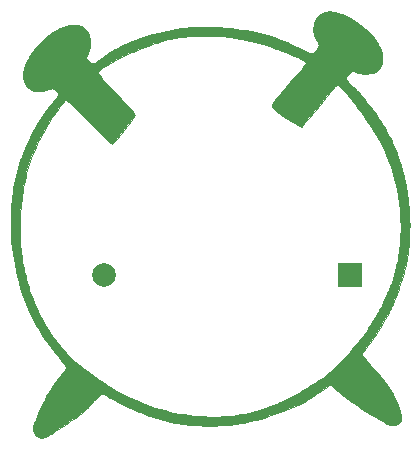
<source format=gbr>
%TF.GenerationSoftware,KiCad,Pcbnew,9.0.1*%
%TF.CreationDate,2025-05-12T23:40:56+02:00*%
%TF.ProjectId,knit_yarn,6b6e6974-5f79-4617-926e-2e6b69636164,rev?*%
%TF.SameCoordinates,Original*%
%TF.FileFunction,Soldermask,Top*%
%TF.FilePolarity,Negative*%
%FSLAX46Y46*%
G04 Gerber Fmt 4.6, Leading zero omitted, Abs format (unit mm)*
G04 Created by KiCad (PCBNEW 9.0.1) date 2025-05-12 23:40:56*
%MOMM*%
%LPD*%
G01*
G04 APERTURE LIST*
%ADD10C,0.100000*%
%ADD11C,2.000000*%
%ADD12R,2.000000X2.000000*%
G04 APERTURE END LIST*
D10*
X110184992Y-71453746D02*
X110184971Y-71453742D01*
X110229854Y-71455618D01*
X110275267Y-71458871D01*
X110321325Y-71463487D01*
X110368143Y-71469448D01*
X110415836Y-71476741D01*
X110464518Y-71485348D01*
X110514304Y-71495256D01*
X110565310Y-71506447D01*
X110671034Y-71532533D01*
X110780579Y-71562983D01*
X110892424Y-71597066D01*
X111005050Y-71634050D01*
X111116936Y-71673203D01*
X111226562Y-71713792D01*
X111332409Y-71755086D01*
X111432957Y-71796352D01*
X111527048Y-71836975D01*
X111614965Y-71876898D01*
X111697354Y-71916223D01*
X111774858Y-71955052D01*
X111848125Y-71993486D01*
X111917797Y-72031629D01*
X111984521Y-72069581D01*
X112048941Y-72107444D01*
X112111816Y-72145476D01*
X112174388Y-72184578D01*
X112238024Y-72225824D01*
X112304089Y-72270285D01*
X112373949Y-72319035D01*
X112448971Y-72373145D01*
X112530521Y-72433687D01*
X112619965Y-72501736D01*
X112822942Y-72660757D01*
X112932213Y-72748544D01*
X113043398Y-72839401D01*
X113154041Y-72931489D01*
X113261685Y-73022973D01*
X113363876Y-73112017D01*
X113458157Y-73196784D01*
X113542744Y-73276014D01*
X113618519Y-73350733D01*
X113653583Y-73386897D01*
X113687023Y-73422528D01*
X113719029Y-73457824D01*
X113749796Y-73492984D01*
X113779516Y-73528205D01*
X113808380Y-73563686D01*
X113836583Y-73599625D01*
X113864316Y-73636221D01*
X113919143Y-73712173D01*
X113974404Y-73793129D01*
X114031214Y-73880186D01*
X114089006Y-73972478D01*
X114146797Y-74068656D01*
X114203600Y-74167366D01*
X114258432Y-74267260D01*
X114310307Y-74366984D01*
X114358242Y-74465190D01*
X114401251Y-74560524D01*
X114420627Y-74606732D01*
X114438576Y-74651943D01*
X114455157Y-74696215D01*
X114470429Y-74739607D01*
X114484452Y-74782177D01*
X114497286Y-74823981D01*
X114508991Y-74865079D01*
X114519625Y-74905527D01*
X114529249Y-74945384D01*
X114537922Y-74984708D01*
X114552655Y-75061985D01*
X114564300Y-75137822D01*
X114573334Y-75212681D01*
X114580125Y-75286909D01*
X114584635Y-75360402D01*
X114586719Y-75432946D01*
X114586235Y-75504325D01*
X114583041Y-75574324D01*
X114580382Y-75608739D01*
X114576992Y-75642728D01*
X114572854Y-75676264D01*
X114567948Y-75709321D01*
X114562257Y-75741871D01*
X114555763Y-75773887D01*
X114548458Y-75805350D01*
X114540357Y-75836267D01*
X114531486Y-75866659D01*
X114521867Y-75896546D01*
X114511525Y-75925947D01*
X114500483Y-75954882D01*
X114488765Y-75983371D01*
X114476395Y-76011434D01*
X114463397Y-76039089D01*
X114449794Y-76066358D01*
X114435610Y-76093260D01*
X114420869Y-76119815D01*
X114405595Y-76146042D01*
X114389811Y-76171961D01*
X114356810Y-76222955D01*
X114339631Y-76248058D01*
X114321985Y-76272865D01*
X114303845Y-76297327D01*
X114285181Y-76321399D01*
X114265966Y-76345031D01*
X114246171Y-76368177D01*
X114225767Y-76390790D01*
X114204727Y-76412822D01*
X114183021Y-76434225D01*
X114160621Y-76454953D01*
X114137499Y-76474957D01*
X114113627Y-76494191D01*
X114088975Y-76512606D01*
X114063516Y-76530156D01*
X114037221Y-76546793D01*
X114010061Y-76562469D01*
X113982020Y-76577153D01*
X113953126Y-76590868D01*
X113923423Y-76603650D01*
X113892953Y-76615536D01*
X113861759Y-76626562D01*
X113829883Y-76636765D01*
X113797367Y-76646180D01*
X113764255Y-76654844D01*
X113730588Y-76662793D01*
X113696409Y-76670064D01*
X113626685Y-76682717D01*
X113555423Y-76693091D01*
X113482962Y-76701479D01*
X113409643Y-76708133D01*
X113335857Y-76713149D01*
X113262022Y-76716579D01*
X113188558Y-76718478D01*
X113115881Y-76718898D01*
X113044412Y-76717893D01*
X112974569Y-76715517D01*
X112906769Y-76711822D01*
X112841358Y-76706844D01*
X112778356Y-76700503D01*
X112717700Y-76692678D01*
X112659326Y-76683249D01*
X112603169Y-76672095D01*
X112575902Y-76665833D01*
X112549166Y-76659094D01*
X112522953Y-76651864D01*
X112497254Y-76644127D01*
X112472062Y-76635869D01*
X112447369Y-76627073D01*
X112423174Y-76617748D01*
X112399493Y-76607981D01*
X112376340Y-76597873D01*
X112353729Y-76587527D01*
X112310195Y-76566526D01*
X112269008Y-76545794D01*
X112230285Y-76526146D01*
X112194144Y-76508398D01*
X112177078Y-76500491D01*
X112160702Y-76493365D01*
X112145029Y-76487121D01*
X112130076Y-76481862D01*
X112115838Y-76477673D01*
X112102240Y-76474573D01*
X112089186Y-76472570D01*
X112082832Y-76471983D01*
X112076578Y-76471673D01*
X112070412Y-76471641D01*
X112064321Y-76471889D01*
X112058293Y-76472417D01*
X112052316Y-76473227D01*
X112046378Y-76474319D01*
X112040468Y-76475694D01*
X112034572Y-76477354D01*
X112028679Y-76479299D01*
X112022777Y-76481531D01*
X112016854Y-76484050D01*
X112004895Y-76489955D01*
X111992706Y-76497023D01*
X111980190Y-76505260D01*
X111967250Y-76514676D01*
X111953790Y-76525279D01*
X111939712Y-76537075D01*
X111924921Y-76550075D01*
X111893065Y-76579553D01*
X111858709Y-76612958D01*
X111822587Y-76649377D01*
X111785435Y-76687893D01*
X111747987Y-76727592D01*
X111710978Y-76767558D01*
X111641216Y-76844635D01*
X111609827Y-76880094D01*
X111581183Y-76913273D01*
X111555386Y-76944390D01*
X111543589Y-76959243D01*
X111532542Y-76973662D01*
X111522259Y-76987675D01*
X111512752Y-77001308D01*
X111504036Y-77014589D01*
X111496122Y-77027545D01*
X111489024Y-77040203D01*
X111482754Y-77052591D01*
X111477326Y-77064734D01*
X111472752Y-77076662D01*
X111469076Y-77088426D01*
X111466452Y-77100193D01*
X111465063Y-77112161D01*
X111465094Y-77124529D01*
X111466729Y-77137495D01*
X111470152Y-77151258D01*
X111475548Y-77166016D01*
X111483101Y-77181968D01*
X111492995Y-77199312D01*
X111505415Y-77218247D01*
X111520544Y-77238972D01*
X111538567Y-77261684D01*
X111559668Y-77286583D01*
X111584032Y-77313867D01*
X111611843Y-77343735D01*
X111643284Y-77376385D01*
X111717176Y-77450344D01*
X111804066Y-77534905D01*
X112007790Y-77730500D01*
X112236355Y-77952514D01*
X112354295Y-78070097D01*
X112471657Y-78190289D01*
X112586576Y-78311958D01*
X112698835Y-78434752D01*
X112808646Y-78558509D01*
X112916223Y-78683069D01*
X113021779Y-78808268D01*
X113125527Y-78933947D01*
X113328453Y-79186098D01*
X113527137Y-79439852D01*
X113626071Y-79569394D01*
X113725452Y-79702147D01*
X113825818Y-79839188D01*
X113927709Y-79981594D01*
X114031664Y-80130441D01*
X114138222Y-80286806D01*
X114247663Y-80451343D01*
X114359191Y-80622980D01*
X114471733Y-80800205D01*
X114584215Y-80981506D01*
X114695564Y-81165369D01*
X114804705Y-81350282D01*
X114910565Y-81534733D01*
X115012070Y-81717210D01*
X115108378Y-81896540D01*
X115199596Y-82072892D01*
X115286072Y-82246766D01*
X115368157Y-82418661D01*
X115446200Y-82589078D01*
X115520550Y-82758516D01*
X115591559Y-82927474D01*
X115659575Y-83096454D01*
X115724939Y-83265903D01*
X115787951Y-83436116D01*
X115848903Y-83607364D01*
X115908084Y-83779919D01*
X116022302Y-84130030D01*
X116132933Y-84488616D01*
X116241389Y-84856397D01*
X116345214Y-85228077D01*
X116394311Y-85413236D01*
X116440956Y-85596799D01*
X116484716Y-85777910D01*
X116525160Y-85955710D01*
X116561986Y-86129691D01*
X116595435Y-86300732D01*
X116625894Y-86470060D01*
X116653750Y-86638900D01*
X116679387Y-86808480D01*
X116703192Y-86980026D01*
X116746851Y-87333920D01*
X116786960Y-87707186D01*
X116822519Y-88093689D01*
X116851767Y-88484134D01*
X116872942Y-88869226D01*
X116880010Y-89057301D01*
X116884683Y-89243202D01*
X116887021Y-89428427D01*
X116887081Y-89614471D01*
X116884923Y-89802832D01*
X116880605Y-89995007D01*
X116865721Y-90396782D01*
X116842313Y-90828211D01*
X116826683Y-91053442D01*
X116807932Y-91283447D01*
X116785681Y-91517050D01*
X116759553Y-91753074D01*
X116729170Y-91990343D01*
X116694155Y-92227678D01*
X116654236Y-92464096D01*
X116609554Y-92699357D01*
X116560349Y-92933402D01*
X116506863Y-93166175D01*
X116449335Y-93397617D01*
X116388006Y-93627670D01*
X116323115Y-93856277D01*
X116254904Y-94083380D01*
X116183747Y-94308637D01*
X116110528Y-94530659D01*
X116036246Y-94747814D01*
X115961900Y-94958468D01*
X115817018Y-95353747D01*
X115683882Y-95703436D01*
X115567691Y-95999638D01*
X115514232Y-96131339D01*
X115462380Y-96255087D01*
X115411021Y-96373118D01*
X115359041Y-96487667D01*
X115305327Y-96600969D01*
X115248766Y-96715260D01*
X115188482Y-96832369D01*
X115124565Y-96952475D01*
X114987125Y-97200706D01*
X114839040Y-97458007D01*
X114682903Y-97722433D01*
X114521038Y-97991737D01*
X114354747Y-98262765D01*
X114185103Y-98532215D01*
X114013182Y-98796785D01*
X113926760Y-98926184D01*
X113840547Y-99053012D01*
X113670840Y-99296928D01*
X113508231Y-99524479D01*
X113356892Y-99731613D01*
X113220617Y-99914728D01*
X113101723Y-100071933D01*
X113002150Y-100201734D01*
X112923842Y-100302637D01*
X112893332Y-100342155D01*
X112880441Y-100359695D01*
X112869221Y-100376091D01*
X112859745Y-100391594D01*
X112855684Y-100399089D01*
X112852085Y-100406454D01*
X112848959Y-100413722D01*
X112846314Y-100420923D01*
X112844159Y-100428090D01*
X112842504Y-100435253D01*
X112841357Y-100442443D01*
X112840727Y-100449693D01*
X112840623Y-100457033D01*
X112841055Y-100464495D01*
X112842032Y-100472110D01*
X112843561Y-100479910D01*
X112845654Y-100487927D01*
X112848317Y-100496190D01*
X112851562Y-100504732D01*
X112855396Y-100513585D01*
X112859828Y-100522779D01*
X112864869Y-100532346D01*
X112870526Y-100542318D01*
X112876808Y-100552725D01*
X112891287Y-100574972D01*
X112927817Y-100625550D01*
X112973421Y-100683492D01*
X113026750Y-100747691D01*
X113086454Y-100817039D01*
X113219596Y-100966753D01*
X113362059Y-101123775D01*
X113650496Y-101441857D01*
X113800742Y-101609380D01*
X113959439Y-101788334D01*
X114128421Y-101981455D01*
X114303345Y-102185036D01*
X114478269Y-102393742D01*
X114563874Y-102498349D01*
X114647251Y-102602238D01*
X114727814Y-102704910D01*
X114805568Y-102806499D01*
X114880661Y-102907284D01*
X114953241Y-103007544D01*
X115023455Y-103107557D01*
X115091451Y-103207603D01*
X115157376Y-103307961D01*
X115221377Y-103408909D01*
X115283545Y-103510597D01*
X115343777Y-103612656D01*
X115401931Y-103714586D01*
X115457862Y-103815884D01*
X115511427Y-103916049D01*
X115562482Y-104014578D01*
X115610885Y-104110970D01*
X115656492Y-104204723D01*
X115699214Y-104295471D01*
X115739238Y-104383420D01*
X115776839Y-104468927D01*
X115812293Y-104552352D01*
X115845874Y-104634052D01*
X115877857Y-104714385D01*
X115938128Y-104872383D01*
X115966863Y-104950677D01*
X115994523Y-105028527D01*
X116020826Y-105105786D01*
X116045489Y-105182305D01*
X116068231Y-105257937D01*
X116088767Y-105332534D01*
X116106816Y-105405948D01*
X116122095Y-105478031D01*
X116128619Y-105513523D01*
X116134402Y-105548595D01*
X116139468Y-105583203D01*
X116143839Y-105617301D01*
X116150591Y-105683782D01*
X116154842Y-105747671D01*
X116156776Y-105808603D01*
X116156577Y-105866211D01*
X116154430Y-105920129D01*
X116150519Y-105969990D01*
X116147955Y-105993305D01*
X116144975Y-106015581D01*
X116141554Y-106036877D01*
X116137663Y-106057253D01*
X116133277Y-106076772D01*
X116128367Y-106095492D01*
X116122908Y-106113476D01*
X116116872Y-106130782D01*
X116110231Y-106147473D01*
X116102960Y-106163607D01*
X116095032Y-106179247D01*
X116086419Y-106194453D01*
X116077094Y-106209285D01*
X116067031Y-106223804D01*
X116056202Y-106238070D01*
X116044581Y-106252144D01*
X116032148Y-106266074D01*
X116018908Y-106279843D01*
X116004876Y-106293415D01*
X115990064Y-106306752D01*
X115974484Y-106319817D01*
X115958151Y-106332574D01*
X115941077Y-106344986D01*
X115923275Y-106357016D01*
X115904759Y-106368627D01*
X115885540Y-106379782D01*
X115865633Y-106390445D01*
X115845051Y-106400578D01*
X115823806Y-106410144D01*
X115801912Y-106419108D01*
X115779382Y-106427431D01*
X115756228Y-106435078D01*
X115732471Y-106442018D01*
X115708161Y-106448254D01*
X115683350Y-106453800D01*
X115658091Y-106458666D01*
X115632436Y-106462867D01*
X115606438Y-106466413D01*
X115580150Y-106469318D01*
X115553624Y-106471595D01*
X115526914Y-106473255D01*
X115500071Y-106474311D01*
X115446201Y-106474663D01*
X115392434Y-106472749D01*
X115339194Y-106468670D01*
X115286439Y-106462264D01*
X115232211Y-106452378D01*
X115203779Y-106445696D01*
X115174061Y-106437624D01*
X115142748Y-106427988D01*
X115109537Y-106416616D01*
X115074120Y-106403334D01*
X115036190Y-106387968D01*
X114995443Y-106370347D01*
X114951571Y-106350295D01*
X114853229Y-106302209D01*
X114738714Y-106242325D01*
X114606376Y-106169738D01*
X114457849Y-106085510D01*
X114122117Y-105888386D01*
X113751293Y-105663463D01*
X113365154Y-105423256D01*
X112980471Y-105178108D01*
X112602128Y-104929622D01*
X112415940Y-104803939D01*
X112232065Y-104677194D01*
X112050745Y-104549311D01*
X111872223Y-104420216D01*
X111696977Y-104290123D01*
X111526401Y-104160388D01*
X111362110Y-104032649D01*
X111205718Y-103908545D01*
X111058838Y-103789715D01*
X110923085Y-103677797D01*
X110800073Y-103574430D01*
X110691416Y-103481255D01*
X110642910Y-103438949D01*
X110598191Y-103399496D01*
X110519267Y-103328739D01*
X110452949Y-103268159D01*
X110397542Y-103216930D01*
X110351352Y-103174227D01*
X110312683Y-103139227D01*
X110295640Y-103124357D01*
X110279842Y-103111103D01*
X110265077Y-103099362D01*
X110251133Y-103089031D01*
X110237783Y-103080050D01*
X110224717Y-103072540D01*
X110211599Y-103066668D01*
X110198096Y-103062599D01*
X110183872Y-103060500D01*
X110168594Y-103060539D01*
X110151926Y-103062881D01*
X110133536Y-103067694D01*
X110113087Y-103075144D01*
X110090246Y-103085397D01*
X110064679Y-103098620D01*
X110036050Y-103114980D01*
X110004026Y-103134644D01*
X109968272Y-103157777D01*
X109928453Y-103184547D01*
X109884236Y-103215120D01*
X109387775Y-103573587D01*
X109077215Y-103793860D01*
X108915350Y-103904740D01*
X108752522Y-104012489D01*
X108590679Y-104115003D01*
X108429296Y-104212582D01*
X108267234Y-104306116D01*
X108103354Y-104396494D01*
X107936516Y-104484605D01*
X107765582Y-104571338D01*
X107589411Y-104657581D01*
X107406866Y-104744225D01*
X107019193Y-104920917D01*
X106598705Y-105101841D01*
X106375258Y-105193616D01*
X106142532Y-105286117D01*
X105900167Y-105379236D01*
X105647804Y-105472862D01*
X105385446Y-105566760D01*
X105114533Y-105660153D01*
X104836866Y-105752126D01*
X104554245Y-105841762D01*
X104268469Y-105928145D01*
X103981339Y-106010358D01*
X103694655Y-106087486D01*
X103410216Y-106158611D01*
X103129198Y-106223007D01*
X102850306Y-106280671D01*
X102571631Y-106331778D01*
X102291266Y-106376500D01*
X102007303Y-106415013D01*
X101717834Y-106447488D01*
X101420952Y-106474102D01*
X101114748Y-106495026D01*
X100798051Y-106510407D01*
X100472645Y-106520280D01*
X100141055Y-106524657D01*
X99805807Y-106523551D01*
X99469425Y-106516974D01*
X99134435Y-106504937D01*
X98803362Y-106487453D01*
X98478730Y-106464535D01*
X98162419Y-106436136D01*
X97853703Y-106402028D01*
X97551200Y-106361962D01*
X97253528Y-106315688D01*
X96959306Y-106262957D01*
X96667153Y-106203519D01*
X96375688Y-106137125D01*
X96083528Y-106063526D01*
X95789721Y-105982618D01*
X95494970Y-105894912D01*
X95200378Y-105801080D01*
X94907050Y-105701796D01*
X94616086Y-105597730D01*
X94328592Y-105489556D01*
X94045670Y-105377946D01*
X93768423Y-105263573D01*
X93498034Y-105147220D01*
X93235961Y-105030072D01*
X92983720Y-104913396D01*
X92742827Y-104798460D01*
X92514798Y-104686531D01*
X92301149Y-104578876D01*
X91923058Y-104381458D01*
X91761194Y-104293989D01*
X91617136Y-104214391D01*
X91489794Y-104142439D01*
X91378080Y-104077908D01*
X91280907Y-104020574D01*
X91197186Y-103970211D01*
X91065746Y-103889500D01*
X91015752Y-103858720D01*
X90994059Y-103845658D01*
X90974297Y-103834134D01*
X90956261Y-103824134D01*
X90939749Y-103815647D01*
X90932000Y-103811968D01*
X90924556Y-103808663D01*
X90917391Y-103805730D01*
X90910479Y-103803169D01*
X90903795Y-103800977D01*
X90897313Y-103799153D01*
X90891009Y-103797696D01*
X90884856Y-103796604D01*
X90878829Y-103795876D01*
X90872903Y-103795511D01*
X90867051Y-103795506D01*
X90861250Y-103795861D01*
X90855472Y-103796574D01*
X90849693Y-103797643D01*
X90843888Y-103799068D01*
X90838030Y-103800846D01*
X90832094Y-103802976D01*
X90826055Y-103805458D01*
X90819887Y-103808288D01*
X90813565Y-103811466D01*
X90800392Y-103818851D01*
X90786494Y-103827569D01*
X90771863Y-103837580D01*
X90756490Y-103848843D01*
X90723480Y-103874961D01*
X90687389Y-103905595D01*
X90648144Y-103940419D01*
X90605671Y-103979104D01*
X90510741Y-104066750D01*
X90403219Y-104165798D01*
X90288668Y-104272910D01*
X90230892Y-104328387D01*
X90173921Y-104384556D01*
X90118608Y-104440978D01*
X90065808Y-104497211D01*
X90016084Y-104552926D01*
X89968822Y-104608231D01*
X89878004Y-104718484D01*
X89832611Y-104773871D01*
X89786004Y-104829723D01*
X89737262Y-104886259D01*
X89685469Y-104943699D01*
X89629843Y-105002225D01*
X89570128Y-105061932D01*
X89506193Y-105122903D01*
X89437904Y-105185221D01*
X89365131Y-105248967D01*
X89287740Y-105314226D01*
X89205600Y-105381078D01*
X89118578Y-105449608D01*
X88927427Y-105593687D01*
X88703494Y-105755229D01*
X88434017Y-105944570D01*
X88106237Y-106172047D01*
X87716255Y-106441092D01*
X87295735Y-106727403D01*
X86885272Y-106999715D01*
X86696495Y-107120850D01*
X86525455Y-107226761D01*
X86448011Y-107272904D01*
X86375957Y-107314489D01*
X86308988Y-107351744D01*
X86246798Y-107384898D01*
X86189082Y-107414179D01*
X86135536Y-107439817D01*
X86085853Y-107462040D01*
X86039728Y-107481078D01*
X85996856Y-107497157D01*
X85956932Y-107510509D01*
X85919650Y-107521360D01*
X85884705Y-107529940D01*
X85851793Y-107536478D01*
X85820606Y-107541202D01*
X85790841Y-107544341D01*
X85762192Y-107546123D01*
X85734402Y-107546748D01*
X85707402Y-107546288D01*
X85681169Y-107544794D01*
X85655680Y-107542315D01*
X85630912Y-107538900D01*
X85606841Y-107534598D01*
X85583445Y-107529458D01*
X85560700Y-107523530D01*
X85538583Y-107516862D01*
X85517072Y-107509505D01*
X85496143Y-107501506D01*
X85475773Y-107492916D01*
X85455940Y-107483783D01*
X85436619Y-107474157D01*
X85417788Y-107464086D01*
X85399424Y-107453621D01*
X85381511Y-107442803D01*
X85364051Y-107431646D01*
X85347044Y-107420155D01*
X85330490Y-107408338D01*
X85314391Y-107396199D01*
X85298745Y-107383746D01*
X85283555Y-107370985D01*
X85268819Y-107357922D01*
X85254540Y-107344563D01*
X85240718Y-107330915D01*
X85227352Y-107316983D01*
X85214444Y-107302775D01*
X85201994Y-107288296D01*
X85190002Y-107273553D01*
X85178469Y-107258551D01*
X85167397Y-107243298D01*
X85156786Y-107227790D01*
X85146639Y-107212003D01*
X85136952Y-107195908D01*
X85127722Y-107179473D01*
X85118948Y-107162667D01*
X85110625Y-107145461D01*
X85102751Y-107127823D01*
X85095324Y-107109723D01*
X85088340Y-107091130D01*
X85081798Y-107072013D01*
X85075693Y-107052343D01*
X85070023Y-107032088D01*
X85064786Y-107011218D01*
X85059979Y-106989702D01*
X85055598Y-106967510D01*
X85051641Y-106944611D01*
X85048100Y-106921007D01*
X85044950Y-106896834D01*
X85039729Y-106847411D01*
X85035783Y-106797614D01*
X85032919Y-106748714D01*
X85030941Y-106701984D01*
X85029656Y-106658694D01*
X85028385Y-106587524D01*
X85028446Y-106560840D01*
X85031016Y-106534596D01*
X85038496Y-106501974D01*
X85053285Y-106456159D01*
X85077784Y-106390332D01*
X85114393Y-106297677D01*
X85233540Y-106004616D01*
X85424504Y-105542495D01*
X85544773Y-105261071D01*
X85679335Y-104957034D01*
X85826514Y-104638604D01*
X85984636Y-104314004D01*
X86152027Y-103991454D01*
X86327014Y-103679176D01*
X86416783Y-103529313D01*
X86507540Y-103384221D01*
X86598799Y-103244042D01*
X86690073Y-103108919D01*
X86780877Y-102978994D01*
X86870725Y-102854409D01*
X87045604Y-102621827D01*
X87210824Y-102412313D01*
X87362493Y-102227002D01*
X87609625Y-101933546D01*
X87656911Y-101876880D01*
X87697705Y-101826015D01*
X87731823Y-101779849D01*
X87746320Y-101758183D01*
X87759079Y-101737277D01*
X87770075Y-101716995D01*
X87779287Y-101697197D01*
X87786691Y-101677746D01*
X87792264Y-101658505D01*
X87795982Y-101639334D01*
X87797823Y-101620097D01*
X87797763Y-101600655D01*
X87795780Y-101580871D01*
X87791849Y-101560606D01*
X87785949Y-101539722D01*
X87778055Y-101518082D01*
X87768145Y-101495548D01*
X87756196Y-101471981D01*
X87742184Y-101447245D01*
X87707880Y-101393709D01*
X87665048Y-101333837D01*
X87613502Y-101266526D01*
X87553059Y-101190673D01*
X87483532Y-101105173D01*
X87121262Y-100662520D01*
X86900285Y-100388161D01*
X86661165Y-100084568D01*
X86410216Y-99756331D01*
X86153752Y-99408041D01*
X85898087Y-99044288D01*
X85649536Y-98669662D01*
X85413275Y-98287780D01*
X85189942Y-97898407D01*
X84979039Y-97500360D01*
X84780069Y-97092455D01*
X84592534Y-96673511D01*
X84415935Y-96242342D01*
X84249776Y-95797766D01*
X84093558Y-95338600D01*
X83946984Y-94864450D01*
X83810477Y-94378078D01*
X83684624Y-93883032D01*
X83570012Y-93382861D01*
X83467230Y-92881113D01*
X83376864Y-92381337D01*
X83299502Y-91887079D01*
X83235732Y-91401890D01*
X83185923Y-90928665D01*
X83149529Y-90467636D01*
X83125757Y-90018353D01*
X83123304Y-89928372D01*
X83896103Y-89928372D01*
X83899500Y-90297285D01*
X83908702Y-90656240D01*
X83923634Y-91001810D01*
X83944219Y-91330568D01*
X83970300Y-91640022D01*
X84001437Y-91931491D01*
X84037136Y-92207263D01*
X84076900Y-92469623D01*
X84120232Y-92720860D01*
X84166637Y-92963260D01*
X84215619Y-93199111D01*
X84266680Y-93430698D01*
X84374666Y-93888661D01*
X84432817Y-94117370D01*
X84494695Y-94347302D01*
X84561014Y-94579511D01*
X84632491Y-94815053D01*
X84709842Y-95054981D01*
X84793780Y-95300350D01*
X84884812Y-95551787D01*
X84982654Y-95808181D01*
X85086833Y-96067983D01*
X85196876Y-96329639D01*
X85312311Y-96591600D01*
X85432663Y-96852313D01*
X85557461Y-97110227D01*
X85686232Y-97363791D01*
X85818622Y-97611772D01*
X85954772Y-97854250D01*
X86094948Y-98091641D01*
X86239414Y-98324364D01*
X86388436Y-98552835D01*
X86542278Y-98777472D01*
X86701207Y-98998690D01*
X86865488Y-99216907D01*
X87034732Y-99431972D01*
X87205932Y-99641526D01*
X87375425Y-99842675D01*
X87539545Y-100032521D01*
X87694630Y-100208169D01*
X87837015Y-100366721D01*
X88069030Y-100620956D01*
X88153384Y-100712607D01*
X88222680Y-100786201D01*
X88285546Y-100849496D01*
X88350611Y-100910246D01*
X88426503Y-100976209D01*
X88521849Y-101055140D01*
X88805419Y-101282930D01*
X89252353Y-101637535D01*
X89841548Y-102090205D01*
X90177252Y-102338642D01*
X90533830Y-102593990D01*
X90906386Y-102850379D01*
X91290022Y-103101942D01*
X91680525Y-103343763D01*
X92076354Y-103574694D01*
X92476624Y-103794509D01*
X92880449Y-104002980D01*
X93286945Y-104199882D01*
X93695225Y-104384986D01*
X94104405Y-104558066D01*
X94513598Y-104718895D01*
X94922152Y-104867329D01*
X95330347Y-105003534D01*
X95738697Y-105127758D01*
X96147714Y-105240246D01*
X96557913Y-105341244D01*
X96969806Y-105430998D01*
X97383908Y-105509754D01*
X97800731Y-105577759D01*
X98220421Y-105635197D01*
X98641733Y-105682037D01*
X99063087Y-105718194D01*
X99482905Y-105743589D01*
X99899610Y-105758138D01*
X100311622Y-105761759D01*
X100717364Y-105754370D01*
X101115257Y-105735889D01*
X101503774Y-105706469D01*
X101881613Y-105667175D01*
X102247538Y-105619294D01*
X102600310Y-105564113D01*
X102938694Y-105502919D01*
X103261452Y-105436997D01*
X103567347Y-105367637D01*
X103855141Y-105296123D01*
X104124662Y-105223260D01*
X104380017Y-105147878D01*
X104626393Y-105068312D01*
X104868978Y-104982894D01*
X105112959Y-104889960D01*
X105363522Y-104787843D01*
X105625856Y-104674877D01*
X105905146Y-104549396D01*
X106205037Y-104410181D01*
X106522968Y-104257764D01*
X106854823Y-104093109D01*
X107196485Y-103917180D01*
X107543839Y-103730943D01*
X107892768Y-103535362D01*
X108239155Y-103331402D01*
X108578884Y-103120028D01*
X108908542Y-102902137D01*
X109227497Y-102678422D01*
X109535811Y-102449535D01*
X109833542Y-102216129D01*
X110120749Y-101978857D01*
X110397493Y-101738372D01*
X110663832Y-101495327D01*
X110919827Y-101250376D01*
X111165466Y-101004356D01*
X111400485Y-100758845D01*
X111624558Y-100515604D01*
X111837359Y-100276398D01*
X112038563Y-100042991D01*
X112227844Y-99817145D01*
X112404878Y-99600624D01*
X112569338Y-99395191D01*
X112721345Y-99201773D01*
X112862752Y-99017937D01*
X112995841Y-98840417D01*
X113122891Y-98665948D01*
X113246182Y-98491264D01*
X113367995Y-98313099D01*
X113490610Y-98128188D01*
X113616306Y-97933266D01*
X113746652Y-97726060D01*
X113880393Y-97508358D01*
X114015574Y-97282979D01*
X114150241Y-97052741D01*
X114282438Y-96820463D01*
X114410211Y-96588963D01*
X114531604Y-96361061D01*
X114644663Y-96139576D01*
X114747900Y-95926846D01*
X114841741Y-95723262D01*
X114927097Y-95528710D01*
X115004882Y-95343078D01*
X115076010Y-95166250D01*
X115141394Y-94998115D01*
X115258581Y-94687468D01*
X115363189Y-94406659D01*
X115459663Y-94136621D01*
X115506049Y-93998517D01*
X115551842Y-93854557D01*
X115597520Y-93701890D01*
X115643564Y-93537668D01*
X115690258Y-93359951D01*
X115737122Y-93170420D01*
X115783491Y-92971652D01*
X115828699Y-92766226D01*
X115872082Y-92556719D01*
X115912975Y-92345710D01*
X115950712Y-92135777D01*
X115984629Y-91929497D01*
X116014214Y-91728831D01*
X116039612Y-91533291D01*
X116061144Y-91341774D01*
X116079133Y-91153183D01*
X116093900Y-90966417D01*
X116105767Y-90780378D01*
X116115056Y-90593964D01*
X116122088Y-90406076D01*
X116130138Y-90022473D01*
X116129801Y-89625939D01*
X116126288Y-89422031D01*
X116120441Y-89213942D01*
X116112181Y-89001355D01*
X116101427Y-88783953D01*
X116088117Y-88561756D01*
X116072199Y-88336180D01*
X116053611Y-88108997D01*
X116032293Y-87881977D01*
X116008183Y-87656889D01*
X115981220Y-87435505D01*
X115951342Y-87219596D01*
X115918490Y-87010931D01*
X115882690Y-86810835D01*
X115844261Y-86618787D01*
X115803579Y-86433787D01*
X115761019Y-86254835D01*
X115716955Y-86080930D01*
X115671763Y-85911072D01*
X115579493Y-85579494D01*
X115485818Y-85251963D01*
X115386944Y-84919859D01*
X115277761Y-84574441D01*
X115217708Y-84394007D01*
X115153162Y-84206967D01*
X115083256Y-84012141D01*
X115006236Y-83808028D01*
X114920134Y-83593053D01*
X114822980Y-83365641D01*
X114712807Y-83124216D01*
X114587646Y-82867203D01*
X114445528Y-82593025D01*
X114284483Y-82300107D01*
X114103472Y-81988032D01*
X113905188Y-81660967D01*
X113693270Y-81324212D01*
X113471352Y-80983068D01*
X113243073Y-80642837D01*
X113012067Y-80308819D01*
X112781972Y-79986316D01*
X112556423Y-79680629D01*
X112338719Y-79396211D01*
X112130798Y-79134095D01*
X111934261Y-78894455D01*
X111750702Y-78677460D01*
X111581721Y-78483285D01*
X111428914Y-78312099D01*
X111178213Y-78039386D01*
X111082851Y-77937725D01*
X111042277Y-77894874D01*
X111006034Y-77856900D01*
X110973818Y-77823470D01*
X110945322Y-77794251D01*
X110920242Y-77768913D01*
X110898272Y-77747121D01*
X110879108Y-77728544D01*
X110862444Y-77712850D01*
X110847975Y-77699705D01*
X110835396Y-77688778D01*
X110824401Y-77679736D01*
X110814687Y-77672247D01*
X110805946Y-77665978D01*
X110797875Y-77660597D01*
X110790098Y-77655962D01*
X110781977Y-77652698D01*
X110772809Y-77651628D01*
X110761891Y-77653572D01*
X110748522Y-77659351D01*
X110731998Y-77669787D01*
X110711618Y-77685701D01*
X110686678Y-77707915D01*
X110656477Y-77737249D01*
X110620312Y-77774525D01*
X110527279Y-77876188D01*
X110401960Y-78019473D01*
X110238735Y-78210951D01*
X109797901Y-78738199D01*
X109268886Y-79377439D01*
X108290016Y-80563263D01*
X108200897Y-80670935D01*
X108121677Y-80766930D01*
X107990374Y-80926364D01*
X107937014Y-80991042D01*
X107890998Y-81046518D01*
X107851686Y-81093413D01*
X107818439Y-81132346D01*
X107803891Y-81149019D01*
X107790620Y-81163934D01*
X107778546Y-81177168D01*
X107767589Y-81188798D01*
X107757669Y-81198902D01*
X107748707Y-81207557D01*
X107740623Y-81214841D01*
X107733336Y-81220830D01*
X107726768Y-81225602D01*
X107720838Y-81229235D01*
X107715466Y-81231806D01*
X107712964Y-81232717D01*
X107710572Y-81233392D01*
X107708280Y-81233840D01*
X107706078Y-81234071D01*
X107703955Y-81234095D01*
X107701902Y-81233920D01*
X107697965Y-81233017D01*
X107694187Y-81231439D01*
X107465941Y-81111404D01*
X107239144Y-80984437D01*
X107015625Y-80852416D01*
X106797208Y-80717221D01*
X106585721Y-80580730D01*
X106382989Y-80444824D01*
X106190840Y-80311380D01*
X106011099Y-80182279D01*
X105845593Y-80059399D01*
X105696148Y-79944619D01*
X105564591Y-79839820D01*
X105452747Y-79746878D01*
X105362444Y-79667675D01*
X105295508Y-79604089D01*
X105253765Y-79557999D01*
X105242911Y-79542102D01*
X105239041Y-79531284D01*
X105238745Y-79514506D01*
X105239094Y-79496983D01*
X105240114Y-79478727D01*
X105241832Y-79459748D01*
X105244277Y-79440059D01*
X105247474Y-79419670D01*
X105251452Y-79398595D01*
X105256238Y-79376843D01*
X105261859Y-79354427D01*
X105268343Y-79331359D01*
X105275717Y-79307649D01*
X105284008Y-79283309D01*
X105293243Y-79258351D01*
X105303451Y-79232787D01*
X105314658Y-79206627D01*
X105326891Y-79179884D01*
X105354547Y-79124684D01*
X105386553Y-79067218D01*
X105423001Y-79007510D01*
X105463988Y-78945578D01*
X105509605Y-78881445D01*
X105559949Y-78815130D01*
X105615112Y-78746655D01*
X105675190Y-78676039D01*
X105740499Y-78602881D01*
X105812286Y-78525065D01*
X105981235Y-78345269D01*
X106193919Y-78116272D01*
X106320375Y-77976954D01*
X106462221Y-77817694D01*
X106788976Y-77441232D01*
X107141067Y-77026919D01*
X107476455Y-76626880D01*
X107753100Y-76293239D01*
X107857535Y-76165886D01*
X107901079Y-76112155D01*
X107939258Y-76064442D01*
X107972387Y-76022288D01*
X108000778Y-75985233D01*
X108024746Y-75952818D01*
X108044603Y-75924583D01*
X108053089Y-75911889D01*
X108060664Y-75900068D01*
X108067369Y-75889063D01*
X108073242Y-75878815D01*
X108078323Y-75869267D01*
X108082651Y-75860363D01*
X108086265Y-75852044D01*
X108089204Y-75844253D01*
X108091508Y-75836933D01*
X108093215Y-75830026D01*
X108094365Y-75823475D01*
X108094997Y-75817222D01*
X108095151Y-75811210D01*
X108094865Y-75805381D01*
X108094178Y-75799679D01*
X108093130Y-75794045D01*
X108090055Y-75782823D01*
X108085687Y-75771611D01*
X108080025Y-75760378D01*
X108073066Y-75749092D01*
X108064807Y-75737723D01*
X108055246Y-75726238D01*
X108044380Y-75714607D01*
X108032206Y-75702799D01*
X108018723Y-75690782D01*
X108003928Y-75678525D01*
X107987818Y-75665997D01*
X107970390Y-75653166D01*
X107951643Y-75640001D01*
X107931573Y-75626471D01*
X107887457Y-75598191D01*
X107838032Y-75568128D01*
X107783242Y-75536294D01*
X107723004Y-75502747D01*
X107657232Y-75467546D01*
X107585841Y-75430750D01*
X107508746Y-75392419D01*
X107425861Y-75352612D01*
X107337103Y-75311387D01*
X107141745Y-75224657D01*
X106922251Y-75131161D01*
X106408995Y-74918133D01*
X106113055Y-74796448D01*
X105783807Y-74666384D01*
X105604288Y-74599025D01*
X105413557Y-74530549D01*
X105210652Y-74461282D01*
X104994612Y-74391551D01*
X104765061Y-74321686D01*
X104523969Y-74252097D01*
X104017386Y-74115503D01*
X103495313Y-73985287D01*
X102978197Y-73864968D01*
X102727026Y-73809611D01*
X102479576Y-73757959D01*
X102233215Y-73710348D01*
X101985311Y-73667110D01*
X101733231Y-73628579D01*
X101474342Y-73595091D01*
X101206012Y-73566978D01*
X100925610Y-73544574D01*
X100631495Y-73528058D01*
X100326175Y-73517168D01*
X100013227Y-73511583D01*
X99696226Y-73510984D01*
X99696182Y-73510980D01*
X99378686Y-73515034D01*
X99064224Y-73523285D01*
X98756328Y-73535330D01*
X98458532Y-73550771D01*
X98173524Y-73569361D01*
X97900551Y-73591393D01*
X97637982Y-73617289D01*
X97384182Y-73647470D01*
X97137520Y-73682359D01*
X96896363Y-73722377D01*
X96659077Y-73767946D01*
X96424031Y-73819489D01*
X96189728Y-73877340D01*
X95955160Y-73941446D01*
X95719427Y-74011645D01*
X95481632Y-74087776D01*
X95240875Y-74169677D01*
X94996258Y-74257188D01*
X94746882Y-74350146D01*
X94491849Y-74448391D01*
X93964972Y-74659679D01*
X93696504Y-74771740D01*
X93427249Y-74887371D01*
X93159132Y-75006039D01*
X92894080Y-75127212D01*
X92634017Y-75250360D01*
X92380867Y-75374949D01*
X92136575Y-75500241D01*
X91903134Y-75624719D01*
X91682546Y-75746679D01*
X91476812Y-75864420D01*
X91287935Y-75976239D01*
X91117916Y-76080432D01*
X90968757Y-76175298D01*
X90842460Y-76259133D01*
X90788416Y-76296447D01*
X90740259Y-76330771D01*
X90697653Y-76362308D01*
X90660260Y-76391260D01*
X90643414Y-76404829D01*
X90627745Y-76417828D01*
X90613211Y-76430281D01*
X90599770Y-76442214D01*
X90587381Y-76453652D01*
X90576000Y-76464621D01*
X90565586Y-76475145D01*
X90556097Y-76485250D01*
X90547491Y-76494962D01*
X90539725Y-76504304D01*
X90532758Y-76513303D01*
X90526547Y-76521984D01*
X90521051Y-76530372D01*
X90516227Y-76538493D01*
X90512034Y-76546371D01*
X90508428Y-76554032D01*
X90505369Y-76561501D01*
X90502814Y-76568803D01*
X90500720Y-76575964D01*
X90499047Y-76583009D01*
X90497752Y-76589963D01*
X90496792Y-76596852D01*
X90495711Y-76610532D01*
X90495632Y-76624342D01*
X90497058Y-76638916D01*
X90500657Y-76654977D01*
X90507098Y-76673243D01*
X90517051Y-76694435D01*
X90531185Y-76719275D01*
X90550169Y-76748482D01*
X90574672Y-76782777D01*
X90605364Y-76822881D01*
X90642913Y-76869513D01*
X90741259Y-76985248D01*
X90875064Y-77135745D01*
X91049682Y-77326768D01*
X92082109Y-78427871D01*
X92642591Y-79027366D01*
X93108471Y-79537485D01*
X93199595Y-79640687D01*
X93279605Y-79733328D01*
X93349117Y-79816157D01*
X93380129Y-79854126D01*
X93408748Y-79889924D01*
X93435051Y-79923643D01*
X93459115Y-79955377D01*
X93481017Y-79985221D01*
X93500835Y-80013267D01*
X93518646Y-80039610D01*
X93534526Y-80064344D01*
X93548553Y-80087561D01*
X93560804Y-80109355D01*
X93571356Y-80129821D01*
X93580286Y-80149052D01*
X93587672Y-80167141D01*
X93593590Y-80184182D01*
X93598117Y-80200270D01*
X93601332Y-80215497D01*
X93603310Y-80229957D01*
X93604129Y-80243744D01*
X93603866Y-80256952D01*
X93602598Y-80269674D01*
X93600403Y-80282004D01*
X93597357Y-80294036D01*
X93593537Y-80305863D01*
X93589022Y-80317580D01*
X93583887Y-80329279D01*
X93578210Y-80341054D01*
X93487276Y-80471176D01*
X93286013Y-80736305D01*
X92697483Y-81488743D01*
X92102573Y-82232676D01*
X91893337Y-82487175D01*
X91791239Y-82602414D01*
X91773211Y-82616516D01*
X91754982Y-82627909D01*
X91735664Y-82635789D01*
X91714369Y-82639347D01*
X91690209Y-82637779D01*
X91662298Y-82630278D01*
X91629745Y-82616037D01*
X91591665Y-82594251D01*
X91547169Y-82564112D01*
X91495369Y-82524814D01*
X91435377Y-82475552D01*
X91366306Y-82415518D01*
X91287267Y-82343907D01*
X91197374Y-82259912D01*
X90981469Y-82051544D01*
X88480847Y-79529734D01*
X88423016Y-79472810D01*
X88368511Y-79419505D01*
X88317223Y-79369709D01*
X88269044Y-79323310D01*
X88223866Y-79280198D01*
X88181581Y-79240262D01*
X88142081Y-79203393D01*
X88105258Y-79169479D01*
X88071004Y-79138409D01*
X88039210Y-79110073D01*
X88009768Y-79084361D01*
X87982571Y-79061162D01*
X87957510Y-79040366D01*
X87934476Y-79021861D01*
X87913363Y-79005537D01*
X87894062Y-78991283D01*
X87876464Y-78978990D01*
X87860462Y-78968546D01*
X87845947Y-78959840D01*
X87832812Y-78952763D01*
X87820948Y-78947204D01*
X87815459Y-78944958D01*
X87810247Y-78943051D01*
X87805299Y-78941468D01*
X87800601Y-78940195D01*
X87796140Y-78939218D01*
X87791902Y-78938525D01*
X87787873Y-78938099D01*
X87784041Y-78937929D01*
X87780392Y-78938000D01*
X87776912Y-78938299D01*
X87773587Y-78938811D01*
X87770404Y-78939522D01*
X87764412Y-78941489D01*
X87758825Y-78944089D01*
X87753537Y-78947211D01*
X87748439Y-78950745D01*
X87743422Y-78954579D01*
X87722926Y-78972136D01*
X87700629Y-78994167D01*
X87675183Y-79022089D01*
X87645240Y-79057325D01*
X87609451Y-79101292D01*
X87566466Y-79155410D01*
X87453515Y-79299778D01*
X87299304Y-79498378D01*
X87111410Y-79745417D01*
X87008334Y-79884208D01*
X86901040Y-80031636D01*
X86790929Y-80186544D01*
X86679403Y-80347775D01*
X86567653Y-80514359D01*
X86455994Y-80686077D01*
X86344510Y-80862901D01*
X86233285Y-81044803D01*
X86122402Y-81231754D01*
X86011943Y-81423726D01*
X85901993Y-81620692D01*
X85792635Y-81822621D01*
X85683980Y-82029469D01*
X85576267Y-82241118D01*
X85469762Y-82457437D01*
X85364736Y-82678292D01*
X85261456Y-82903550D01*
X85160190Y-83133081D01*
X85061208Y-83366749D01*
X84964778Y-83604424D01*
X84871148Y-83846135D01*
X84780519Y-84092589D01*
X84693093Y-84344674D01*
X84609072Y-84603275D01*
X84528658Y-84869279D01*
X84452052Y-85143573D01*
X84379456Y-85427042D01*
X84311072Y-85720574D01*
X84247116Y-86024826D01*
X84187817Y-86339550D01*
X84133394Y-86664281D01*
X84084067Y-86998551D01*
X84040054Y-87341895D01*
X84001576Y-87693845D01*
X83968852Y-88053936D01*
X83942102Y-88421701D01*
X83921512Y-88796167D01*
X83907033Y-89174386D01*
X83898589Y-89552930D01*
X83896103Y-89928372D01*
X83123304Y-89928372D01*
X83113818Y-89580364D01*
X83112919Y-89153219D01*
X83122269Y-88736466D01*
X83141077Y-88329655D01*
X83168552Y-87932333D01*
X83204005Y-87544053D01*
X83247141Y-87164379D01*
X83297767Y-86792874D01*
X83355686Y-86429100D01*
X83420702Y-86072621D01*
X83492619Y-85723000D01*
X83571243Y-85379800D01*
X83656378Y-85042583D01*
X83747872Y-84710886D01*
X83845807Y-84384168D01*
X83950336Y-84061887D01*
X84061612Y-83743499D01*
X84179789Y-83428463D01*
X84305019Y-83116236D01*
X84437456Y-82806275D01*
X84577252Y-82498036D01*
X84724290Y-82191399D01*
X84877398Y-81887845D01*
X85035142Y-81589237D01*
X85196093Y-81297441D01*
X85358818Y-81014319D01*
X85521885Y-80741736D01*
X85683864Y-80481556D01*
X85843322Y-80235642D01*
X85998862Y-80005616D01*
X86149181Y-79792052D01*
X86292995Y-79595245D01*
X86429024Y-79415493D01*
X86555983Y-79253090D01*
X86672590Y-79108333D01*
X86777563Y-78981516D01*
X86869618Y-78872935D01*
X86947734Y-78782296D01*
X87011938Y-78706974D01*
X87038917Y-78674058D01*
X87062530Y-78643770D01*
X87082814Y-78615712D01*
X87091721Y-78602394D01*
X87099809Y-78589483D01*
X87107084Y-78576930D01*
X87113550Y-78564684D01*
X87119212Y-78552695D01*
X87124075Y-78540914D01*
X87128144Y-78529290D01*
X87131423Y-78517773D01*
X87133916Y-78506314D01*
X87135630Y-78494862D01*
X87136567Y-78483368D01*
X87136733Y-78471780D01*
X87136133Y-78460051D01*
X87134772Y-78448128D01*
X87132653Y-78435963D01*
X87129782Y-78423505D01*
X87126163Y-78410705D01*
X87121801Y-78397511D01*
X87110885Y-78369869D01*
X87097166Y-78340806D01*
X87080798Y-78310679D01*
X87061935Y-78279847D01*
X87040731Y-78248668D01*
X87017340Y-78217499D01*
X86991917Y-78186698D01*
X86964614Y-78156624D01*
X86935586Y-78127634D01*
X86904987Y-78100087D01*
X86872970Y-78074340D01*
X86839691Y-78050750D01*
X86805302Y-78029677D01*
X86787740Y-78020196D01*
X86769958Y-78011478D01*
X86751976Y-78003568D01*
X86733813Y-77996511D01*
X86715488Y-77990351D01*
X86697021Y-77985134D01*
X86659700Y-77977593D01*
X86621835Y-77973694D01*
X86583377Y-77973136D01*
X86544276Y-77975616D01*
X86504484Y-77980833D01*
X86463951Y-77988484D01*
X86422630Y-77998266D01*
X86380470Y-78009879D01*
X86007141Y-78132411D01*
X85955265Y-78146935D01*
X85902254Y-78160469D01*
X85848247Y-78172908D01*
X85793386Y-78184147D01*
X85737813Y-78194081D01*
X85681668Y-78202605D01*
X85625092Y-78209614D01*
X85568228Y-78215003D01*
X85511216Y-78218667D01*
X85454197Y-78220501D01*
X85397313Y-78220400D01*
X85340704Y-78218258D01*
X85284513Y-78213971D01*
X85228880Y-78207434D01*
X85173947Y-78198541D01*
X85119854Y-78187189D01*
X85066731Y-78173301D01*
X85014648Y-78156927D01*
X84963660Y-78138147D01*
X84913825Y-78117043D01*
X84865196Y-78093694D01*
X84817830Y-78068182D01*
X84771782Y-78040586D01*
X84727108Y-78010988D01*
X84683863Y-77979467D01*
X84642104Y-77946104D01*
X84601884Y-77910981D01*
X84563261Y-77874177D01*
X84526289Y-77835773D01*
X84491025Y-77795849D01*
X84457523Y-77754486D01*
X84425840Y-77711765D01*
X84396023Y-77667754D01*
X84368083Y-77622473D01*
X84342018Y-77575937D01*
X84317829Y-77528156D01*
X84295515Y-77479144D01*
X84275075Y-77428912D01*
X84256510Y-77377473D01*
X84239817Y-77324839D01*
X84224998Y-77271021D01*
X84212051Y-77216033D01*
X84200976Y-77159887D01*
X84191772Y-77102594D01*
X84184439Y-77044167D01*
X84178977Y-76984618D01*
X84175384Y-76923960D01*
X84173661Y-76862205D01*
X84173828Y-76799351D01*
X84175992Y-76735336D01*
X84180285Y-76670080D01*
X84186835Y-76603501D01*
X84195774Y-76535520D01*
X84207230Y-76466056D01*
X84221334Y-76395027D01*
X84238217Y-76322354D01*
X84258007Y-76247956D01*
X84280835Y-76171752D01*
X84306832Y-76093662D01*
X84336126Y-76013605D01*
X84368849Y-75931501D01*
X84405129Y-75847268D01*
X84445098Y-75760827D01*
X84488885Y-75672097D01*
X84536567Y-75581061D01*
X84588016Y-75487954D01*
X84643052Y-75393070D01*
X84701496Y-75296707D01*
X84827894Y-75100726D01*
X84965778Y-74902377D01*
X85113717Y-74704028D01*
X85270279Y-74508047D01*
X85351347Y-74411684D01*
X85434033Y-74316802D01*
X85518160Y-74223695D01*
X85603548Y-74132660D01*
X85690019Y-74043952D01*
X85777405Y-73957654D01*
X85865541Y-73873801D01*
X85954260Y-73792431D01*
X86043396Y-73713578D01*
X86132784Y-73637279D01*
X86222257Y-73563569D01*
X86311649Y-73492486D01*
X86400795Y-73424063D01*
X86489529Y-73358339D01*
X86665095Y-73235125D01*
X86837020Y-73123133D01*
X87003977Y-73022650D01*
X87085206Y-72976795D01*
X87164881Y-72933815D01*
X87243025Y-72893636D01*
X87319665Y-72856187D01*
X87394824Y-72821394D01*
X87468529Y-72789185D01*
X87540803Y-72759487D01*
X87611672Y-72732228D01*
X87681161Y-72707334D01*
X87749296Y-72684734D01*
X87816099Y-72664354D01*
X87881598Y-72646122D01*
X87945817Y-72629965D01*
X88008780Y-72615811D01*
X88070514Y-72603586D01*
X88131042Y-72593219D01*
X88190386Y-72584638D01*
X88248546Y-72577789D01*
X88305515Y-72572622D01*
X88361286Y-72569085D01*
X88415853Y-72567130D01*
X88469208Y-72566705D01*
X88521344Y-72567760D01*
X88572256Y-72570246D01*
X88621935Y-72574111D01*
X88670375Y-72579307D01*
X88717569Y-72585782D01*
X88763510Y-72593486D01*
X88808192Y-72602370D01*
X88851607Y-72612383D01*
X88893749Y-72623474D01*
X88934610Y-72635594D01*
X88974197Y-72648705D01*
X89012547Y-72662800D01*
X89049703Y-72677870D01*
X89085709Y-72693910D01*
X89120607Y-72710913D01*
X89154440Y-72728873D01*
X89187251Y-72747781D01*
X89219082Y-72767633D01*
X89249978Y-72788422D01*
X89279979Y-72810140D01*
X89309130Y-72832782D01*
X89337473Y-72856339D01*
X89365051Y-72880807D01*
X89391907Y-72906179D01*
X89418083Y-72932447D01*
X89443623Y-72959605D01*
X89468557Y-72987641D01*
X89492872Y-73016536D01*
X89516544Y-73046273D01*
X89539548Y-73076835D01*
X89561860Y-73108205D01*
X89583457Y-73140365D01*
X89604313Y-73173299D01*
X89624405Y-73206989D01*
X89643709Y-73241419D01*
X89662199Y-73276570D01*
X89679853Y-73312427D01*
X89696645Y-73348972D01*
X89712551Y-73386188D01*
X89727548Y-73424058D01*
X89741611Y-73462564D01*
X89754715Y-73501691D01*
X89766844Y-73541399D01*
X89778016Y-73581585D01*
X89788262Y-73622131D01*
X89797614Y-73662919D01*
X89813756Y-73744754D01*
X89826691Y-73826149D01*
X89836670Y-73906164D01*
X89843940Y-73983859D01*
X89848750Y-74058293D01*
X89851350Y-74128526D01*
X89851962Y-74193920D01*
X89850671Y-74254987D01*
X89847519Y-74312512D01*
X89842551Y-74367280D01*
X89835807Y-74420077D01*
X89827332Y-74471689D01*
X89817168Y-74522899D01*
X89805358Y-74574493D01*
X89791961Y-74627070D01*
X89777076Y-74680439D01*
X89760805Y-74734204D01*
X89743248Y-74787971D01*
X89724510Y-74841344D01*
X89704690Y-74893927D01*
X89683891Y-74945324D01*
X89662214Y-74995139D01*
X89639853Y-75043056D01*
X89617428Y-75089051D01*
X89595682Y-75133174D01*
X89575361Y-75175474D01*
X89557209Y-75215999D01*
X89549178Y-75235612D01*
X89541969Y-75254799D01*
X89535674Y-75273568D01*
X89530386Y-75291923D01*
X89526199Y-75309871D01*
X89523205Y-75327419D01*
X89522181Y-75336045D01*
X89521471Y-75344574D01*
X89521068Y-75353011D01*
X89520965Y-75361355D01*
X89521629Y-75377779D01*
X89523409Y-75393865D01*
X89526250Y-75409632D01*
X89530095Y-75425096D01*
X89534889Y-75440278D01*
X89540576Y-75455194D01*
X89547101Y-75469865D01*
X89554409Y-75484307D01*
X89562443Y-75498539D01*
X89571149Y-75512580D01*
X89580470Y-75526448D01*
X89590351Y-75540161D01*
X89600737Y-75553738D01*
X89611571Y-75567197D01*
X89622805Y-75580557D01*
X89634409Y-75593831D01*
X89658630Y-75620171D01*
X89684034Y-75646315D01*
X89710424Y-75672360D01*
X89737604Y-75698406D01*
X89765374Y-75724549D01*
X89821894Y-75777521D01*
X89850644Y-75804093D01*
X89865675Y-75816723D01*
X89881487Y-75828488D01*
X89898339Y-75839069D01*
X89916487Y-75848146D01*
X89936189Y-75855398D01*
X89946704Y-75858240D01*
X89957705Y-75860506D01*
X89969222Y-75862156D01*
X89981290Y-75863150D01*
X89993940Y-75863448D01*
X90007203Y-75863009D01*
X90021113Y-75861795D01*
X90035702Y-75859765D01*
X90051002Y-75856878D01*
X90067045Y-75853096D01*
X90083863Y-75848377D01*
X90101488Y-75842682D01*
X90119954Y-75835971D01*
X90139291Y-75828205D01*
X90180710Y-75809343D01*
X90226004Y-75785777D01*
X91491560Y-74927431D01*
X91718123Y-74789739D01*
X91959475Y-74651487D01*
X92215812Y-74513254D01*
X92487332Y-74375623D01*
X92774229Y-74239175D01*
X93076700Y-74104492D01*
X93394942Y-73972154D01*
X93729149Y-73842743D01*
X94079076Y-73716900D01*
X94442632Y-73595476D01*
X94817245Y-73479362D01*
X95200344Y-73369453D01*
X95589357Y-73266641D01*
X95981714Y-73171819D01*
X96374844Y-73085881D01*
X96766174Y-73009719D01*
X97153943Y-72944041D01*
X97539659Y-72888858D01*
X97925650Y-72844024D01*
X98314242Y-72809392D01*
X98707764Y-72784814D01*
X99108541Y-72770145D01*
X99518902Y-72765237D01*
X99941174Y-72769944D01*
X100376517Y-72784092D01*
X100821447Y-72807376D01*
X101271323Y-72839443D01*
X101721503Y-72879945D01*
X102167345Y-72928530D01*
X102604209Y-72984847D01*
X103027452Y-73048546D01*
X103432432Y-73119277D01*
X103815548Y-73196616D01*
X104177310Y-73279854D01*
X104519251Y-73368206D01*
X104842902Y-73460890D01*
X105149796Y-73557123D01*
X105441464Y-73656122D01*
X105719437Y-73757103D01*
X105985249Y-73859283D01*
X106240071Y-73961857D01*
X106483661Y-74063981D01*
X106715425Y-74164821D01*
X106934771Y-74263539D01*
X107141106Y-74359300D01*
X107333834Y-74451267D01*
X107676102Y-74620477D01*
X108186498Y-74881228D01*
X108281925Y-74927684D01*
X108366169Y-74965861D01*
X108404360Y-74981722D01*
X108440071Y-74995365D01*
X108473408Y-75006741D01*
X108504475Y-75015802D01*
X108519191Y-75019451D01*
X108533390Y-75022517D01*
X108547097Y-75025006D01*
X108560337Y-75026923D01*
X108573136Y-75028276D01*
X108585520Y-75029069D01*
X108597513Y-75029309D01*
X108609142Y-75029002D01*
X108620431Y-75028154D01*
X108631407Y-75026771D01*
X108642094Y-75024859D01*
X108652519Y-75022424D01*
X108662706Y-75019472D01*
X108672681Y-75016010D01*
X108682470Y-75012042D01*
X108692098Y-75007575D01*
X108701590Y-75002616D01*
X108710972Y-74997169D01*
X108720270Y-74991242D01*
X108729508Y-74984840D01*
X108738713Y-74977969D01*
X108747909Y-74970636D01*
X108766379Y-74954605D01*
X108785122Y-74936795D01*
X108804341Y-74917254D01*
X108824240Y-74896032D01*
X108845022Y-74873175D01*
X108889488Y-74822955D01*
X108936568Y-74767950D01*
X108984535Y-74709688D01*
X109031665Y-74649700D01*
X109076232Y-74589515D01*
X109097015Y-74559827D01*
X109116511Y-74530663D01*
X109134503Y-74502214D01*
X109150776Y-74474672D01*
X109165114Y-74448228D01*
X109177302Y-74423073D01*
X109187174Y-74399327D01*
X109191249Y-74387938D01*
X109194760Y-74376838D01*
X109197719Y-74365998D01*
X109200133Y-74355393D01*
X109202012Y-74344994D01*
X109203365Y-74334776D01*
X109204202Y-74324711D01*
X109204531Y-74314772D01*
X109204361Y-74304933D01*
X109203702Y-74295167D01*
X109202563Y-74285446D01*
X109200953Y-74275745D01*
X109196356Y-74256292D01*
X109189985Y-74236592D01*
X109181913Y-74216431D01*
X109172213Y-74195594D01*
X109160958Y-74173865D01*
X109148222Y-74151031D01*
X109134077Y-74126875D01*
X109101855Y-74073740D01*
X109024923Y-73945210D01*
X108982968Y-73870535D01*
X108940609Y-73789648D01*
X108899284Y-73703092D01*
X108879460Y-73657859D01*
X108860435Y-73611414D01*
X108842389Y-73563823D01*
X108825502Y-73515157D01*
X108809954Y-73465482D01*
X108795925Y-73414866D01*
X108783560Y-73363385D01*
X108772862Y-73311134D01*
X108763810Y-73258213D01*
X108756379Y-73204720D01*
X108750546Y-73150755D01*
X108746287Y-73096419D01*
X108743578Y-73041809D01*
X108742396Y-72987026D01*
X108742718Y-72932169D01*
X108744519Y-72877338D01*
X108747776Y-72822631D01*
X108752466Y-72768149D01*
X108758564Y-72713991D01*
X108766048Y-72660256D01*
X108774893Y-72607044D01*
X108785076Y-72554454D01*
X108796579Y-72502577D01*
X108809415Y-72451470D01*
X108823610Y-72401184D01*
X108839192Y-72351768D01*
X108856185Y-72303273D01*
X108874616Y-72255748D01*
X108894511Y-72209245D01*
X108915895Y-72163813D01*
X108938795Y-72119502D01*
X108963236Y-72076362D01*
X108989245Y-72034444D01*
X109016848Y-71993798D01*
X109046069Y-71954474D01*
X109076937Y-71916523D01*
X109109475Y-71879993D01*
X109143711Y-71844936D01*
X109179645Y-71811394D01*
X109217169Y-71779374D01*
X109256143Y-71748873D01*
X109296428Y-71719889D01*
X109337886Y-71692419D01*
X109380377Y-71666460D01*
X109423762Y-71642009D01*
X109467902Y-71619065D01*
X109512659Y-71597624D01*
X109557892Y-71577683D01*
X109603464Y-71559240D01*
X109649234Y-71542293D01*
X109695064Y-71526838D01*
X109740816Y-71512873D01*
X109786349Y-71500395D01*
X109831524Y-71489402D01*
X109876244Y-71479889D01*
X109920578Y-71471851D01*
X109964643Y-71465272D01*
X110008555Y-71460138D01*
X110052430Y-71456433D01*
X110096383Y-71454143D01*
X110140532Y-71453252D01*
X110184992Y-71453746D01*
G36*
X110184992Y-71453746D02*
G01*
X110184971Y-71453742D01*
X110229854Y-71455618D01*
X110275267Y-71458871D01*
X110321325Y-71463487D01*
X110368143Y-71469448D01*
X110415836Y-71476741D01*
X110464518Y-71485348D01*
X110514304Y-71495256D01*
X110565310Y-71506447D01*
X110671034Y-71532533D01*
X110780579Y-71562983D01*
X110892424Y-71597066D01*
X111005050Y-71634050D01*
X111116936Y-71673203D01*
X111226562Y-71713792D01*
X111332409Y-71755086D01*
X111432957Y-71796352D01*
X111527048Y-71836975D01*
X111614965Y-71876898D01*
X111697354Y-71916223D01*
X111774858Y-71955052D01*
X111848125Y-71993486D01*
X111917797Y-72031629D01*
X111984521Y-72069581D01*
X112048941Y-72107444D01*
X112111816Y-72145476D01*
X112174388Y-72184578D01*
X112238024Y-72225824D01*
X112304089Y-72270285D01*
X112373949Y-72319035D01*
X112448971Y-72373145D01*
X112530521Y-72433687D01*
X112619965Y-72501736D01*
X112822942Y-72660757D01*
X112932213Y-72748544D01*
X113043398Y-72839401D01*
X113154041Y-72931489D01*
X113261685Y-73022973D01*
X113363876Y-73112017D01*
X113458157Y-73196784D01*
X113542744Y-73276014D01*
X113618519Y-73350733D01*
X113653583Y-73386897D01*
X113687023Y-73422528D01*
X113719029Y-73457824D01*
X113749796Y-73492984D01*
X113779516Y-73528205D01*
X113808380Y-73563686D01*
X113836583Y-73599625D01*
X113864316Y-73636221D01*
X113919143Y-73712173D01*
X113974404Y-73793129D01*
X114031214Y-73880186D01*
X114089006Y-73972478D01*
X114146797Y-74068656D01*
X114203600Y-74167366D01*
X114258432Y-74267260D01*
X114310307Y-74366984D01*
X114358242Y-74465190D01*
X114401251Y-74560524D01*
X114420627Y-74606732D01*
X114438576Y-74651943D01*
X114455157Y-74696215D01*
X114470429Y-74739607D01*
X114484452Y-74782177D01*
X114497286Y-74823981D01*
X114508991Y-74865079D01*
X114519625Y-74905527D01*
X114529249Y-74945384D01*
X114537922Y-74984708D01*
X114552655Y-75061985D01*
X114564300Y-75137822D01*
X114573334Y-75212681D01*
X114580125Y-75286909D01*
X114584635Y-75360402D01*
X114586719Y-75432946D01*
X114586235Y-75504325D01*
X114583041Y-75574324D01*
X114580382Y-75608739D01*
X114576992Y-75642728D01*
X114572854Y-75676264D01*
X114567948Y-75709321D01*
X114562257Y-75741871D01*
X114555763Y-75773887D01*
X114548458Y-75805350D01*
X114540357Y-75836267D01*
X114531486Y-75866659D01*
X114521867Y-75896546D01*
X114511525Y-75925947D01*
X114500483Y-75954882D01*
X114488765Y-75983371D01*
X114476395Y-76011434D01*
X114463397Y-76039089D01*
X114449794Y-76066358D01*
X114435610Y-76093260D01*
X114420869Y-76119815D01*
X114405595Y-76146042D01*
X114389811Y-76171961D01*
X114356810Y-76222955D01*
X114339631Y-76248058D01*
X114321985Y-76272865D01*
X114303845Y-76297327D01*
X114285181Y-76321399D01*
X114265966Y-76345031D01*
X114246171Y-76368177D01*
X114225767Y-76390790D01*
X114204727Y-76412822D01*
X114183021Y-76434225D01*
X114160621Y-76454953D01*
X114137499Y-76474957D01*
X114113627Y-76494191D01*
X114088975Y-76512606D01*
X114063516Y-76530156D01*
X114037221Y-76546793D01*
X114010061Y-76562469D01*
X113982020Y-76577153D01*
X113953126Y-76590868D01*
X113923423Y-76603650D01*
X113892953Y-76615536D01*
X113861759Y-76626562D01*
X113829883Y-76636765D01*
X113797367Y-76646180D01*
X113764255Y-76654844D01*
X113730588Y-76662793D01*
X113696409Y-76670064D01*
X113626685Y-76682717D01*
X113555423Y-76693091D01*
X113482962Y-76701479D01*
X113409643Y-76708133D01*
X113335857Y-76713149D01*
X113262022Y-76716579D01*
X113188558Y-76718478D01*
X113115881Y-76718898D01*
X113044412Y-76717893D01*
X112974569Y-76715517D01*
X112906769Y-76711822D01*
X112841358Y-76706844D01*
X112778356Y-76700503D01*
X112717700Y-76692678D01*
X112659326Y-76683249D01*
X112603169Y-76672095D01*
X112575902Y-76665833D01*
X112549166Y-76659094D01*
X112522953Y-76651864D01*
X112497254Y-76644127D01*
X112472062Y-76635869D01*
X112447369Y-76627073D01*
X112423174Y-76617748D01*
X112399493Y-76607981D01*
X112376340Y-76597873D01*
X112353729Y-76587527D01*
X112310195Y-76566526D01*
X112269008Y-76545794D01*
X112230285Y-76526146D01*
X112194144Y-76508398D01*
X112177078Y-76500491D01*
X112160702Y-76493365D01*
X112145029Y-76487121D01*
X112130076Y-76481862D01*
X112115838Y-76477673D01*
X112102240Y-76474573D01*
X112089186Y-76472570D01*
X112082832Y-76471983D01*
X112076578Y-76471673D01*
X112070412Y-76471641D01*
X112064321Y-76471889D01*
X112058293Y-76472417D01*
X112052316Y-76473227D01*
X112046378Y-76474319D01*
X112040468Y-76475694D01*
X112034572Y-76477354D01*
X112028679Y-76479299D01*
X112022777Y-76481531D01*
X112016854Y-76484050D01*
X112004895Y-76489955D01*
X111992706Y-76497023D01*
X111980190Y-76505260D01*
X111967250Y-76514676D01*
X111953790Y-76525279D01*
X111939712Y-76537075D01*
X111924921Y-76550075D01*
X111893065Y-76579553D01*
X111858709Y-76612958D01*
X111822587Y-76649377D01*
X111785435Y-76687893D01*
X111747987Y-76727592D01*
X111710978Y-76767558D01*
X111641216Y-76844635D01*
X111609827Y-76880094D01*
X111581183Y-76913273D01*
X111555386Y-76944390D01*
X111543589Y-76959243D01*
X111532542Y-76973662D01*
X111522259Y-76987675D01*
X111512752Y-77001308D01*
X111504036Y-77014589D01*
X111496122Y-77027545D01*
X111489024Y-77040203D01*
X111482754Y-77052591D01*
X111477326Y-77064734D01*
X111472752Y-77076662D01*
X111469076Y-77088426D01*
X111466452Y-77100193D01*
X111465063Y-77112161D01*
X111465094Y-77124529D01*
X111466729Y-77137495D01*
X111470152Y-77151258D01*
X111475548Y-77166016D01*
X111483101Y-77181968D01*
X111492995Y-77199312D01*
X111505415Y-77218247D01*
X111520544Y-77238972D01*
X111538567Y-77261684D01*
X111559668Y-77286583D01*
X111584032Y-77313867D01*
X111611843Y-77343735D01*
X111643284Y-77376385D01*
X111717176Y-77450344D01*
X111804066Y-77534905D01*
X112007790Y-77730500D01*
X112236355Y-77952514D01*
X112354295Y-78070097D01*
X112471657Y-78190289D01*
X112586576Y-78311958D01*
X112698835Y-78434752D01*
X112808646Y-78558509D01*
X112916223Y-78683069D01*
X113021779Y-78808268D01*
X113125527Y-78933947D01*
X113328453Y-79186098D01*
X113527137Y-79439852D01*
X113626071Y-79569394D01*
X113725452Y-79702147D01*
X113825818Y-79839188D01*
X113927709Y-79981594D01*
X114031664Y-80130441D01*
X114138222Y-80286806D01*
X114247663Y-80451343D01*
X114359191Y-80622980D01*
X114471733Y-80800205D01*
X114584215Y-80981506D01*
X114695564Y-81165369D01*
X114804705Y-81350282D01*
X114910565Y-81534733D01*
X115012070Y-81717210D01*
X115108378Y-81896540D01*
X115199596Y-82072892D01*
X115286072Y-82246766D01*
X115368157Y-82418661D01*
X115446200Y-82589078D01*
X115520550Y-82758516D01*
X115591559Y-82927474D01*
X115659575Y-83096454D01*
X115724939Y-83265903D01*
X115787951Y-83436116D01*
X115848903Y-83607364D01*
X115908084Y-83779919D01*
X116022302Y-84130030D01*
X116132933Y-84488616D01*
X116241389Y-84856397D01*
X116345214Y-85228077D01*
X116394311Y-85413236D01*
X116440956Y-85596799D01*
X116484716Y-85777910D01*
X116525160Y-85955710D01*
X116561986Y-86129691D01*
X116595435Y-86300732D01*
X116625894Y-86470060D01*
X116653750Y-86638900D01*
X116679387Y-86808480D01*
X116703192Y-86980026D01*
X116746851Y-87333920D01*
X116786960Y-87707186D01*
X116822519Y-88093689D01*
X116851767Y-88484134D01*
X116872942Y-88869226D01*
X116880010Y-89057301D01*
X116884683Y-89243202D01*
X116887021Y-89428427D01*
X116887081Y-89614471D01*
X116884923Y-89802832D01*
X116880605Y-89995007D01*
X116865721Y-90396782D01*
X116842313Y-90828211D01*
X116826683Y-91053442D01*
X116807932Y-91283447D01*
X116785681Y-91517050D01*
X116759553Y-91753074D01*
X116729170Y-91990343D01*
X116694155Y-92227678D01*
X116654236Y-92464096D01*
X116609554Y-92699357D01*
X116560349Y-92933402D01*
X116506863Y-93166175D01*
X116449335Y-93397617D01*
X116388006Y-93627670D01*
X116323115Y-93856277D01*
X116254904Y-94083380D01*
X116183747Y-94308637D01*
X116110528Y-94530659D01*
X116036246Y-94747814D01*
X115961900Y-94958468D01*
X115817018Y-95353747D01*
X115683882Y-95703436D01*
X115567691Y-95999638D01*
X115514232Y-96131339D01*
X115462380Y-96255087D01*
X115411021Y-96373118D01*
X115359041Y-96487667D01*
X115305327Y-96600969D01*
X115248766Y-96715260D01*
X115188482Y-96832369D01*
X115124565Y-96952475D01*
X114987125Y-97200706D01*
X114839040Y-97458007D01*
X114682903Y-97722433D01*
X114521038Y-97991737D01*
X114354747Y-98262765D01*
X114185103Y-98532215D01*
X114013182Y-98796785D01*
X113926760Y-98926184D01*
X113840547Y-99053012D01*
X113670840Y-99296928D01*
X113508231Y-99524479D01*
X113356892Y-99731613D01*
X113220617Y-99914728D01*
X113101723Y-100071933D01*
X113002150Y-100201734D01*
X112923842Y-100302637D01*
X112893332Y-100342155D01*
X112880441Y-100359695D01*
X112869221Y-100376091D01*
X112859745Y-100391594D01*
X112855684Y-100399089D01*
X112852085Y-100406454D01*
X112848959Y-100413722D01*
X112846314Y-100420923D01*
X112844159Y-100428090D01*
X112842504Y-100435253D01*
X112841357Y-100442443D01*
X112840727Y-100449693D01*
X112840623Y-100457033D01*
X112841055Y-100464495D01*
X112842032Y-100472110D01*
X112843561Y-100479910D01*
X112845654Y-100487927D01*
X112848317Y-100496190D01*
X112851562Y-100504732D01*
X112855396Y-100513585D01*
X112859828Y-100522779D01*
X112864869Y-100532346D01*
X112870526Y-100542318D01*
X112876808Y-100552725D01*
X112891287Y-100574972D01*
X112927817Y-100625550D01*
X112973421Y-100683492D01*
X113026750Y-100747691D01*
X113086454Y-100817039D01*
X113219596Y-100966753D01*
X113362059Y-101123775D01*
X113650496Y-101441857D01*
X113800742Y-101609380D01*
X113959439Y-101788334D01*
X114128421Y-101981455D01*
X114303345Y-102185036D01*
X114478269Y-102393742D01*
X114563874Y-102498349D01*
X114647251Y-102602238D01*
X114727814Y-102704910D01*
X114805568Y-102806499D01*
X114880661Y-102907284D01*
X114953241Y-103007544D01*
X115023455Y-103107557D01*
X115091451Y-103207603D01*
X115157376Y-103307961D01*
X115221377Y-103408909D01*
X115283545Y-103510597D01*
X115343777Y-103612656D01*
X115401931Y-103714586D01*
X115457862Y-103815884D01*
X115511427Y-103916049D01*
X115562482Y-104014578D01*
X115610885Y-104110970D01*
X115656492Y-104204723D01*
X115699214Y-104295471D01*
X115739238Y-104383420D01*
X115776839Y-104468927D01*
X115812293Y-104552352D01*
X115845874Y-104634052D01*
X115877857Y-104714385D01*
X115938128Y-104872383D01*
X115966863Y-104950677D01*
X115994523Y-105028527D01*
X116020826Y-105105786D01*
X116045489Y-105182305D01*
X116068231Y-105257937D01*
X116088767Y-105332534D01*
X116106816Y-105405948D01*
X116122095Y-105478031D01*
X116128619Y-105513523D01*
X116134402Y-105548595D01*
X116139468Y-105583203D01*
X116143839Y-105617301D01*
X116150591Y-105683782D01*
X116154842Y-105747671D01*
X116156776Y-105808603D01*
X116156577Y-105866211D01*
X116154430Y-105920129D01*
X116150519Y-105969990D01*
X116147955Y-105993305D01*
X116144975Y-106015581D01*
X116141554Y-106036877D01*
X116137663Y-106057253D01*
X116133277Y-106076772D01*
X116128367Y-106095492D01*
X116122908Y-106113476D01*
X116116872Y-106130782D01*
X116110231Y-106147473D01*
X116102960Y-106163607D01*
X116095032Y-106179247D01*
X116086419Y-106194453D01*
X116077094Y-106209285D01*
X116067031Y-106223804D01*
X116056202Y-106238070D01*
X116044581Y-106252144D01*
X116032148Y-106266074D01*
X116018908Y-106279843D01*
X116004876Y-106293415D01*
X115990064Y-106306752D01*
X115974484Y-106319817D01*
X115958151Y-106332574D01*
X115941077Y-106344986D01*
X115923275Y-106357016D01*
X115904759Y-106368627D01*
X115885540Y-106379782D01*
X115865633Y-106390445D01*
X115845051Y-106400578D01*
X115823806Y-106410144D01*
X115801912Y-106419108D01*
X115779382Y-106427431D01*
X115756228Y-106435078D01*
X115732471Y-106442018D01*
X115708161Y-106448254D01*
X115683350Y-106453800D01*
X115658091Y-106458666D01*
X115632436Y-106462867D01*
X115606438Y-106466413D01*
X115580150Y-106469318D01*
X115553624Y-106471595D01*
X115526914Y-106473255D01*
X115500071Y-106474311D01*
X115446201Y-106474663D01*
X115392434Y-106472749D01*
X115339194Y-106468670D01*
X115286439Y-106462264D01*
X115232211Y-106452378D01*
X115203779Y-106445696D01*
X115174061Y-106437624D01*
X115142748Y-106427988D01*
X115109537Y-106416616D01*
X115074120Y-106403334D01*
X115036190Y-106387968D01*
X114995443Y-106370347D01*
X114951571Y-106350295D01*
X114853229Y-106302209D01*
X114738714Y-106242325D01*
X114606376Y-106169738D01*
X114457849Y-106085510D01*
X114122117Y-105888386D01*
X113751293Y-105663463D01*
X113365154Y-105423256D01*
X112980471Y-105178108D01*
X112602128Y-104929622D01*
X112415940Y-104803939D01*
X112232065Y-104677194D01*
X112050745Y-104549311D01*
X111872223Y-104420216D01*
X111696977Y-104290123D01*
X111526401Y-104160388D01*
X111362110Y-104032649D01*
X111205718Y-103908545D01*
X111058838Y-103789715D01*
X110923085Y-103677797D01*
X110800073Y-103574430D01*
X110691416Y-103481255D01*
X110642910Y-103438949D01*
X110598191Y-103399496D01*
X110519267Y-103328739D01*
X110452949Y-103268159D01*
X110397542Y-103216930D01*
X110351352Y-103174227D01*
X110312683Y-103139227D01*
X110295640Y-103124357D01*
X110279842Y-103111103D01*
X110265077Y-103099362D01*
X110251133Y-103089031D01*
X110237783Y-103080050D01*
X110224717Y-103072540D01*
X110211599Y-103066668D01*
X110198096Y-103062599D01*
X110183872Y-103060500D01*
X110168594Y-103060539D01*
X110151926Y-103062881D01*
X110133536Y-103067694D01*
X110113087Y-103075144D01*
X110090246Y-103085397D01*
X110064679Y-103098620D01*
X110036050Y-103114980D01*
X110004026Y-103134644D01*
X109968272Y-103157777D01*
X109928453Y-103184547D01*
X109884236Y-103215120D01*
X109387775Y-103573587D01*
X109077215Y-103793860D01*
X108915350Y-103904740D01*
X108752522Y-104012489D01*
X108590679Y-104115003D01*
X108429296Y-104212582D01*
X108267234Y-104306116D01*
X108103354Y-104396494D01*
X107936516Y-104484605D01*
X107765582Y-104571338D01*
X107589411Y-104657581D01*
X107406866Y-104744225D01*
X107019193Y-104920917D01*
X106598705Y-105101841D01*
X106375258Y-105193616D01*
X106142532Y-105286117D01*
X105900167Y-105379236D01*
X105647804Y-105472862D01*
X105385446Y-105566760D01*
X105114533Y-105660153D01*
X104836866Y-105752126D01*
X104554245Y-105841762D01*
X104268469Y-105928145D01*
X103981339Y-106010358D01*
X103694655Y-106087486D01*
X103410216Y-106158611D01*
X103129198Y-106223007D01*
X102850306Y-106280671D01*
X102571631Y-106331778D01*
X102291266Y-106376500D01*
X102007303Y-106415013D01*
X101717834Y-106447488D01*
X101420952Y-106474102D01*
X101114748Y-106495026D01*
X100798051Y-106510407D01*
X100472645Y-106520280D01*
X100141055Y-106524657D01*
X99805807Y-106523551D01*
X99469425Y-106516974D01*
X99134435Y-106504937D01*
X98803362Y-106487453D01*
X98478730Y-106464535D01*
X98162419Y-106436136D01*
X97853703Y-106402028D01*
X97551200Y-106361962D01*
X97253528Y-106315688D01*
X96959306Y-106262957D01*
X96667153Y-106203519D01*
X96375688Y-106137125D01*
X96083528Y-106063526D01*
X95789721Y-105982618D01*
X95494970Y-105894912D01*
X95200378Y-105801080D01*
X94907050Y-105701796D01*
X94616086Y-105597730D01*
X94328592Y-105489556D01*
X94045670Y-105377946D01*
X93768423Y-105263573D01*
X93498034Y-105147220D01*
X93235961Y-105030072D01*
X92983720Y-104913396D01*
X92742827Y-104798460D01*
X92514798Y-104686531D01*
X92301149Y-104578876D01*
X91923058Y-104381458D01*
X91761194Y-104293989D01*
X91617136Y-104214391D01*
X91489794Y-104142439D01*
X91378080Y-104077908D01*
X91280907Y-104020574D01*
X91197186Y-103970211D01*
X91065746Y-103889500D01*
X91015752Y-103858720D01*
X90994059Y-103845658D01*
X90974297Y-103834134D01*
X90956261Y-103824134D01*
X90939749Y-103815647D01*
X90932000Y-103811968D01*
X90924556Y-103808663D01*
X90917391Y-103805730D01*
X90910479Y-103803169D01*
X90903795Y-103800977D01*
X90897313Y-103799153D01*
X90891009Y-103797696D01*
X90884856Y-103796604D01*
X90878829Y-103795876D01*
X90872903Y-103795511D01*
X90867051Y-103795506D01*
X90861250Y-103795861D01*
X90855472Y-103796574D01*
X90849693Y-103797643D01*
X90843888Y-103799068D01*
X90838030Y-103800846D01*
X90832094Y-103802976D01*
X90826055Y-103805458D01*
X90819887Y-103808288D01*
X90813565Y-103811466D01*
X90800392Y-103818851D01*
X90786494Y-103827569D01*
X90771863Y-103837580D01*
X90756490Y-103848843D01*
X90723480Y-103874961D01*
X90687389Y-103905595D01*
X90648144Y-103940419D01*
X90605671Y-103979104D01*
X90510741Y-104066750D01*
X90403219Y-104165798D01*
X90288668Y-104272910D01*
X90230892Y-104328387D01*
X90173921Y-104384556D01*
X90118608Y-104440978D01*
X90065808Y-104497211D01*
X90016084Y-104552926D01*
X89968822Y-104608231D01*
X89878004Y-104718484D01*
X89832611Y-104773871D01*
X89786004Y-104829723D01*
X89737262Y-104886259D01*
X89685469Y-104943699D01*
X89629843Y-105002225D01*
X89570128Y-105061932D01*
X89506193Y-105122903D01*
X89437904Y-105185221D01*
X89365131Y-105248967D01*
X89287740Y-105314226D01*
X89205600Y-105381078D01*
X89118578Y-105449608D01*
X88927427Y-105593687D01*
X88703494Y-105755229D01*
X88434017Y-105944570D01*
X88106237Y-106172047D01*
X87716255Y-106441092D01*
X87295735Y-106727403D01*
X86885272Y-106999715D01*
X86696495Y-107120850D01*
X86525455Y-107226761D01*
X86448011Y-107272904D01*
X86375957Y-107314489D01*
X86308988Y-107351744D01*
X86246798Y-107384898D01*
X86189082Y-107414179D01*
X86135536Y-107439817D01*
X86085853Y-107462040D01*
X86039728Y-107481078D01*
X85996856Y-107497157D01*
X85956932Y-107510509D01*
X85919650Y-107521360D01*
X85884705Y-107529940D01*
X85851793Y-107536478D01*
X85820606Y-107541202D01*
X85790841Y-107544341D01*
X85762192Y-107546123D01*
X85734402Y-107546748D01*
X85707402Y-107546288D01*
X85681169Y-107544794D01*
X85655680Y-107542315D01*
X85630912Y-107538900D01*
X85606841Y-107534598D01*
X85583445Y-107529458D01*
X85560700Y-107523530D01*
X85538583Y-107516862D01*
X85517072Y-107509505D01*
X85496143Y-107501506D01*
X85475773Y-107492916D01*
X85455940Y-107483783D01*
X85436619Y-107474157D01*
X85417788Y-107464086D01*
X85399424Y-107453621D01*
X85381511Y-107442803D01*
X85364051Y-107431646D01*
X85347044Y-107420155D01*
X85330490Y-107408338D01*
X85314391Y-107396199D01*
X85298745Y-107383746D01*
X85283555Y-107370985D01*
X85268819Y-107357922D01*
X85254540Y-107344563D01*
X85240718Y-107330915D01*
X85227352Y-107316983D01*
X85214444Y-107302775D01*
X85201994Y-107288296D01*
X85190002Y-107273553D01*
X85178469Y-107258551D01*
X85167397Y-107243298D01*
X85156786Y-107227790D01*
X85146639Y-107212003D01*
X85136952Y-107195908D01*
X85127722Y-107179473D01*
X85118948Y-107162667D01*
X85110625Y-107145461D01*
X85102751Y-107127823D01*
X85095324Y-107109723D01*
X85088340Y-107091130D01*
X85081798Y-107072013D01*
X85075693Y-107052343D01*
X85070023Y-107032088D01*
X85064786Y-107011218D01*
X85059979Y-106989702D01*
X85055598Y-106967510D01*
X85051641Y-106944611D01*
X85048100Y-106921007D01*
X85044950Y-106896834D01*
X85039729Y-106847411D01*
X85035783Y-106797614D01*
X85032919Y-106748714D01*
X85030941Y-106701984D01*
X85029656Y-106658694D01*
X85028385Y-106587524D01*
X85028446Y-106560840D01*
X85031016Y-106534596D01*
X85038496Y-106501974D01*
X85053285Y-106456159D01*
X85077784Y-106390332D01*
X85114393Y-106297677D01*
X85233540Y-106004616D01*
X85424504Y-105542495D01*
X85544773Y-105261071D01*
X85679335Y-104957034D01*
X85826514Y-104638604D01*
X85984636Y-104314004D01*
X86152027Y-103991454D01*
X86327014Y-103679176D01*
X86416783Y-103529313D01*
X86507540Y-103384221D01*
X86598799Y-103244042D01*
X86690073Y-103108919D01*
X86780877Y-102978994D01*
X86870725Y-102854409D01*
X87045604Y-102621827D01*
X87210824Y-102412313D01*
X87362493Y-102227002D01*
X87609625Y-101933546D01*
X87656911Y-101876880D01*
X87697705Y-101826015D01*
X87731823Y-101779849D01*
X87746320Y-101758183D01*
X87759079Y-101737277D01*
X87770075Y-101716995D01*
X87779287Y-101697197D01*
X87786691Y-101677746D01*
X87792264Y-101658505D01*
X87795982Y-101639334D01*
X87797823Y-101620097D01*
X87797763Y-101600655D01*
X87795780Y-101580871D01*
X87791849Y-101560606D01*
X87785949Y-101539722D01*
X87778055Y-101518082D01*
X87768145Y-101495548D01*
X87756196Y-101471981D01*
X87742184Y-101447245D01*
X87707880Y-101393709D01*
X87665048Y-101333837D01*
X87613502Y-101266526D01*
X87553059Y-101190673D01*
X87483532Y-101105173D01*
X87121262Y-100662520D01*
X86900285Y-100388161D01*
X86661165Y-100084568D01*
X86410216Y-99756331D01*
X86153752Y-99408041D01*
X85898087Y-99044288D01*
X85649536Y-98669662D01*
X85413275Y-98287780D01*
X85189942Y-97898407D01*
X84979039Y-97500360D01*
X84780069Y-97092455D01*
X84592534Y-96673511D01*
X84415935Y-96242342D01*
X84249776Y-95797766D01*
X84093558Y-95338600D01*
X83946984Y-94864450D01*
X83810477Y-94378078D01*
X83684624Y-93883032D01*
X83570012Y-93382861D01*
X83467230Y-92881113D01*
X83376864Y-92381337D01*
X83299502Y-91887079D01*
X83235732Y-91401890D01*
X83185923Y-90928665D01*
X83149529Y-90467636D01*
X83125757Y-90018353D01*
X83123304Y-89928372D01*
X83896103Y-89928372D01*
X83899500Y-90297285D01*
X83908702Y-90656240D01*
X83923634Y-91001810D01*
X83944219Y-91330568D01*
X83970300Y-91640022D01*
X84001437Y-91931491D01*
X84037136Y-92207263D01*
X84076900Y-92469623D01*
X84120232Y-92720860D01*
X84166637Y-92963260D01*
X84215619Y-93199111D01*
X84266680Y-93430698D01*
X84374666Y-93888661D01*
X84432817Y-94117370D01*
X84494695Y-94347302D01*
X84561014Y-94579511D01*
X84632491Y-94815053D01*
X84709842Y-95054981D01*
X84793780Y-95300350D01*
X84884812Y-95551787D01*
X84982654Y-95808181D01*
X85086833Y-96067983D01*
X85196876Y-96329639D01*
X85312311Y-96591600D01*
X85432663Y-96852313D01*
X85557461Y-97110227D01*
X85686232Y-97363791D01*
X85818622Y-97611772D01*
X85954772Y-97854250D01*
X86094948Y-98091641D01*
X86239414Y-98324364D01*
X86388436Y-98552835D01*
X86542278Y-98777472D01*
X86701207Y-98998690D01*
X86865488Y-99216907D01*
X87034732Y-99431972D01*
X87205932Y-99641526D01*
X87375425Y-99842675D01*
X87539545Y-100032521D01*
X87694630Y-100208169D01*
X87837015Y-100366721D01*
X88069030Y-100620956D01*
X88153384Y-100712607D01*
X88222680Y-100786201D01*
X88285546Y-100849496D01*
X88350611Y-100910246D01*
X88426503Y-100976209D01*
X88521849Y-101055140D01*
X88805419Y-101282930D01*
X89252353Y-101637535D01*
X89841548Y-102090205D01*
X90177252Y-102338642D01*
X90533830Y-102593990D01*
X90906386Y-102850379D01*
X91290022Y-103101942D01*
X91680525Y-103343763D01*
X92076354Y-103574694D01*
X92476624Y-103794509D01*
X92880449Y-104002980D01*
X93286945Y-104199882D01*
X93695225Y-104384986D01*
X94104405Y-104558066D01*
X94513598Y-104718895D01*
X94922152Y-104867329D01*
X95330347Y-105003534D01*
X95738697Y-105127758D01*
X96147714Y-105240246D01*
X96557913Y-105341244D01*
X96969806Y-105430998D01*
X97383908Y-105509754D01*
X97800731Y-105577759D01*
X98220421Y-105635197D01*
X98641733Y-105682037D01*
X99063087Y-105718194D01*
X99482905Y-105743589D01*
X99899610Y-105758138D01*
X100311622Y-105761759D01*
X100717364Y-105754370D01*
X101115257Y-105735889D01*
X101503774Y-105706469D01*
X101881613Y-105667175D01*
X102247538Y-105619294D01*
X102600310Y-105564113D01*
X102938694Y-105502919D01*
X103261452Y-105436997D01*
X103567347Y-105367637D01*
X103855141Y-105296123D01*
X104124662Y-105223260D01*
X104380017Y-105147878D01*
X104626393Y-105068312D01*
X104868978Y-104982894D01*
X105112959Y-104889960D01*
X105363522Y-104787843D01*
X105625856Y-104674877D01*
X105905146Y-104549396D01*
X106205037Y-104410181D01*
X106522968Y-104257764D01*
X106854823Y-104093109D01*
X107196485Y-103917180D01*
X107543839Y-103730943D01*
X107892768Y-103535362D01*
X108239155Y-103331402D01*
X108578884Y-103120028D01*
X108908542Y-102902137D01*
X109227497Y-102678422D01*
X109535811Y-102449535D01*
X109833542Y-102216129D01*
X110120749Y-101978857D01*
X110397493Y-101738372D01*
X110663832Y-101495327D01*
X110919827Y-101250376D01*
X111165466Y-101004356D01*
X111400485Y-100758845D01*
X111624558Y-100515604D01*
X111837359Y-100276398D01*
X112038563Y-100042991D01*
X112227844Y-99817145D01*
X112404878Y-99600624D01*
X112569338Y-99395191D01*
X112721345Y-99201773D01*
X112862752Y-99017937D01*
X112995841Y-98840417D01*
X113122891Y-98665948D01*
X113246182Y-98491264D01*
X113367995Y-98313099D01*
X113490610Y-98128188D01*
X113616306Y-97933266D01*
X113746652Y-97726060D01*
X113880393Y-97508358D01*
X114015574Y-97282979D01*
X114150241Y-97052741D01*
X114282438Y-96820463D01*
X114410211Y-96588963D01*
X114531604Y-96361061D01*
X114644663Y-96139576D01*
X114747900Y-95926846D01*
X114841741Y-95723262D01*
X114927097Y-95528710D01*
X115004882Y-95343078D01*
X115076010Y-95166250D01*
X115141394Y-94998115D01*
X115258581Y-94687468D01*
X115363189Y-94406659D01*
X115459663Y-94136621D01*
X115506049Y-93998517D01*
X115551842Y-93854557D01*
X115597520Y-93701890D01*
X115643564Y-93537668D01*
X115690258Y-93359951D01*
X115737122Y-93170420D01*
X115783491Y-92971652D01*
X115828699Y-92766226D01*
X115872082Y-92556719D01*
X115912975Y-92345710D01*
X115950712Y-92135777D01*
X115984629Y-91929497D01*
X116014214Y-91728831D01*
X116039612Y-91533291D01*
X116061144Y-91341774D01*
X116079133Y-91153183D01*
X116093900Y-90966417D01*
X116105767Y-90780378D01*
X116115056Y-90593964D01*
X116122088Y-90406076D01*
X116130138Y-90022473D01*
X116129801Y-89625939D01*
X116126288Y-89422031D01*
X116120441Y-89213942D01*
X116112181Y-89001355D01*
X116101427Y-88783953D01*
X116088117Y-88561756D01*
X116072199Y-88336180D01*
X116053611Y-88108997D01*
X116032293Y-87881977D01*
X116008183Y-87656889D01*
X115981220Y-87435505D01*
X115951342Y-87219596D01*
X115918490Y-87010931D01*
X115882690Y-86810835D01*
X115844261Y-86618787D01*
X115803579Y-86433787D01*
X115761019Y-86254835D01*
X115716955Y-86080930D01*
X115671763Y-85911072D01*
X115579493Y-85579494D01*
X115485818Y-85251963D01*
X115386944Y-84919859D01*
X115277761Y-84574441D01*
X115217708Y-84394007D01*
X115153162Y-84206967D01*
X115083256Y-84012141D01*
X115006236Y-83808028D01*
X114920134Y-83593053D01*
X114822980Y-83365641D01*
X114712807Y-83124216D01*
X114587646Y-82867203D01*
X114445528Y-82593025D01*
X114284483Y-82300107D01*
X114103472Y-81988032D01*
X113905188Y-81660967D01*
X113693270Y-81324212D01*
X113471352Y-80983068D01*
X113243073Y-80642837D01*
X113012067Y-80308819D01*
X112781972Y-79986316D01*
X112556423Y-79680629D01*
X112338719Y-79396211D01*
X112130798Y-79134095D01*
X111934261Y-78894455D01*
X111750702Y-78677460D01*
X111581721Y-78483285D01*
X111428914Y-78312099D01*
X111178213Y-78039386D01*
X111082851Y-77937725D01*
X111042277Y-77894874D01*
X111006034Y-77856900D01*
X110973818Y-77823470D01*
X110945322Y-77794251D01*
X110920242Y-77768913D01*
X110898272Y-77747121D01*
X110879108Y-77728544D01*
X110862444Y-77712850D01*
X110847975Y-77699705D01*
X110835396Y-77688778D01*
X110824401Y-77679736D01*
X110814687Y-77672247D01*
X110805946Y-77665978D01*
X110797875Y-77660597D01*
X110790098Y-77655962D01*
X110781977Y-77652698D01*
X110772809Y-77651628D01*
X110761891Y-77653572D01*
X110748522Y-77659351D01*
X110731998Y-77669787D01*
X110711618Y-77685701D01*
X110686678Y-77707915D01*
X110656477Y-77737249D01*
X110620312Y-77774525D01*
X110527279Y-77876188D01*
X110401960Y-78019473D01*
X110238735Y-78210951D01*
X109797901Y-78738199D01*
X109268886Y-79377439D01*
X108290016Y-80563263D01*
X108200897Y-80670935D01*
X108121677Y-80766930D01*
X107990374Y-80926364D01*
X107937014Y-80991042D01*
X107890998Y-81046518D01*
X107851686Y-81093413D01*
X107818439Y-81132346D01*
X107803891Y-81149019D01*
X107790620Y-81163934D01*
X107778546Y-81177168D01*
X107767589Y-81188798D01*
X107757669Y-81198902D01*
X107748707Y-81207557D01*
X107740623Y-81214841D01*
X107733336Y-81220830D01*
X107726768Y-81225602D01*
X107720838Y-81229235D01*
X107715466Y-81231806D01*
X107712964Y-81232717D01*
X107710572Y-81233392D01*
X107708280Y-81233840D01*
X107706078Y-81234071D01*
X107703955Y-81234095D01*
X107701902Y-81233920D01*
X107697965Y-81233017D01*
X107694187Y-81231439D01*
X107465941Y-81111404D01*
X107239144Y-80984437D01*
X107015625Y-80852416D01*
X106797208Y-80717221D01*
X106585721Y-80580730D01*
X106382989Y-80444824D01*
X106190840Y-80311380D01*
X106011099Y-80182279D01*
X105845593Y-80059399D01*
X105696148Y-79944619D01*
X105564591Y-79839820D01*
X105452747Y-79746878D01*
X105362444Y-79667675D01*
X105295508Y-79604089D01*
X105253765Y-79557999D01*
X105242911Y-79542102D01*
X105239041Y-79531284D01*
X105238745Y-79514506D01*
X105239094Y-79496983D01*
X105240114Y-79478727D01*
X105241832Y-79459748D01*
X105244277Y-79440059D01*
X105247474Y-79419670D01*
X105251452Y-79398595D01*
X105256238Y-79376843D01*
X105261859Y-79354427D01*
X105268343Y-79331359D01*
X105275717Y-79307649D01*
X105284008Y-79283309D01*
X105293243Y-79258351D01*
X105303451Y-79232787D01*
X105314658Y-79206627D01*
X105326891Y-79179884D01*
X105354547Y-79124684D01*
X105386553Y-79067218D01*
X105423001Y-79007510D01*
X105463988Y-78945578D01*
X105509605Y-78881445D01*
X105559949Y-78815130D01*
X105615112Y-78746655D01*
X105675190Y-78676039D01*
X105740499Y-78602881D01*
X105812286Y-78525065D01*
X105981235Y-78345269D01*
X106193919Y-78116272D01*
X106320375Y-77976954D01*
X106462221Y-77817694D01*
X106788976Y-77441232D01*
X107141067Y-77026919D01*
X107476455Y-76626880D01*
X107753100Y-76293239D01*
X107857535Y-76165886D01*
X107901079Y-76112155D01*
X107939258Y-76064442D01*
X107972387Y-76022288D01*
X108000778Y-75985233D01*
X108024746Y-75952818D01*
X108044603Y-75924583D01*
X108053089Y-75911889D01*
X108060664Y-75900068D01*
X108067369Y-75889063D01*
X108073242Y-75878815D01*
X108078323Y-75869267D01*
X108082651Y-75860363D01*
X108086265Y-75852044D01*
X108089204Y-75844253D01*
X108091508Y-75836933D01*
X108093215Y-75830026D01*
X108094365Y-75823475D01*
X108094997Y-75817222D01*
X108095151Y-75811210D01*
X108094865Y-75805381D01*
X108094178Y-75799679D01*
X108093130Y-75794045D01*
X108090055Y-75782823D01*
X108085687Y-75771611D01*
X108080025Y-75760378D01*
X108073066Y-75749092D01*
X108064807Y-75737723D01*
X108055246Y-75726238D01*
X108044380Y-75714607D01*
X108032206Y-75702799D01*
X108018723Y-75690782D01*
X108003928Y-75678525D01*
X107987818Y-75665997D01*
X107970390Y-75653166D01*
X107951643Y-75640001D01*
X107931573Y-75626471D01*
X107887457Y-75598191D01*
X107838032Y-75568128D01*
X107783242Y-75536294D01*
X107723004Y-75502747D01*
X107657232Y-75467546D01*
X107585841Y-75430750D01*
X107508746Y-75392419D01*
X107425861Y-75352612D01*
X107337103Y-75311387D01*
X107141745Y-75224657D01*
X106922251Y-75131161D01*
X106408995Y-74918133D01*
X106113055Y-74796448D01*
X105783807Y-74666384D01*
X105604288Y-74599025D01*
X105413557Y-74530549D01*
X105210652Y-74461282D01*
X104994612Y-74391551D01*
X104765061Y-74321686D01*
X104523969Y-74252097D01*
X104017386Y-74115503D01*
X103495313Y-73985287D01*
X102978197Y-73864968D01*
X102727026Y-73809611D01*
X102479576Y-73757959D01*
X102233215Y-73710348D01*
X101985311Y-73667110D01*
X101733231Y-73628579D01*
X101474342Y-73595091D01*
X101206012Y-73566978D01*
X100925610Y-73544574D01*
X100631495Y-73528058D01*
X100326175Y-73517168D01*
X100013227Y-73511583D01*
X99696226Y-73510984D01*
X99696182Y-73510980D01*
X99378686Y-73515034D01*
X99064224Y-73523285D01*
X98756328Y-73535330D01*
X98458532Y-73550771D01*
X98173524Y-73569361D01*
X97900551Y-73591393D01*
X97637982Y-73617289D01*
X97384182Y-73647470D01*
X97137520Y-73682359D01*
X96896363Y-73722377D01*
X96659077Y-73767946D01*
X96424031Y-73819489D01*
X96189728Y-73877340D01*
X95955160Y-73941446D01*
X95719427Y-74011645D01*
X95481632Y-74087776D01*
X95240875Y-74169677D01*
X94996258Y-74257188D01*
X94746882Y-74350146D01*
X94491849Y-74448391D01*
X93964972Y-74659679D01*
X93696504Y-74771740D01*
X93427249Y-74887371D01*
X93159132Y-75006039D01*
X92894080Y-75127212D01*
X92634017Y-75250360D01*
X92380867Y-75374949D01*
X92136575Y-75500241D01*
X91903134Y-75624719D01*
X91682546Y-75746679D01*
X91476812Y-75864420D01*
X91287935Y-75976239D01*
X91117916Y-76080432D01*
X90968757Y-76175298D01*
X90842460Y-76259133D01*
X90788416Y-76296447D01*
X90740259Y-76330771D01*
X90697653Y-76362308D01*
X90660260Y-76391260D01*
X90643414Y-76404829D01*
X90627745Y-76417828D01*
X90613211Y-76430281D01*
X90599770Y-76442214D01*
X90587381Y-76453652D01*
X90576000Y-76464621D01*
X90565586Y-76475145D01*
X90556097Y-76485250D01*
X90547491Y-76494962D01*
X90539725Y-76504304D01*
X90532758Y-76513303D01*
X90526547Y-76521984D01*
X90521051Y-76530372D01*
X90516227Y-76538493D01*
X90512034Y-76546371D01*
X90508428Y-76554032D01*
X90505369Y-76561501D01*
X90502814Y-76568803D01*
X90500720Y-76575964D01*
X90499047Y-76583009D01*
X90497752Y-76589963D01*
X90496792Y-76596852D01*
X90495711Y-76610532D01*
X90495632Y-76624342D01*
X90497058Y-76638916D01*
X90500657Y-76654977D01*
X90507098Y-76673243D01*
X90517051Y-76694435D01*
X90531185Y-76719275D01*
X90550169Y-76748482D01*
X90574672Y-76782777D01*
X90605364Y-76822881D01*
X90642913Y-76869513D01*
X90741259Y-76985248D01*
X90875064Y-77135745D01*
X91049682Y-77326768D01*
X92082109Y-78427871D01*
X92642591Y-79027366D01*
X93108471Y-79537485D01*
X93199595Y-79640687D01*
X93279605Y-79733328D01*
X93349117Y-79816157D01*
X93380129Y-79854126D01*
X93408748Y-79889924D01*
X93435051Y-79923643D01*
X93459115Y-79955377D01*
X93481017Y-79985221D01*
X93500835Y-80013267D01*
X93518646Y-80039610D01*
X93534526Y-80064344D01*
X93548553Y-80087561D01*
X93560804Y-80109355D01*
X93571356Y-80129821D01*
X93580286Y-80149052D01*
X93587672Y-80167141D01*
X93593590Y-80184182D01*
X93598117Y-80200270D01*
X93601332Y-80215497D01*
X93603310Y-80229957D01*
X93604129Y-80243744D01*
X93603866Y-80256952D01*
X93602598Y-80269674D01*
X93600403Y-80282004D01*
X93597357Y-80294036D01*
X93593537Y-80305863D01*
X93589022Y-80317580D01*
X93583887Y-80329279D01*
X93578210Y-80341054D01*
X93487276Y-80471176D01*
X93286013Y-80736305D01*
X92697483Y-81488743D01*
X92102573Y-82232676D01*
X91893337Y-82487175D01*
X91791239Y-82602414D01*
X91773211Y-82616516D01*
X91754982Y-82627909D01*
X91735664Y-82635789D01*
X91714369Y-82639347D01*
X91690209Y-82637779D01*
X91662298Y-82630278D01*
X91629745Y-82616037D01*
X91591665Y-82594251D01*
X91547169Y-82564112D01*
X91495369Y-82524814D01*
X91435377Y-82475552D01*
X91366306Y-82415518D01*
X91287267Y-82343907D01*
X91197374Y-82259912D01*
X90981469Y-82051544D01*
X88480847Y-79529734D01*
X88423016Y-79472810D01*
X88368511Y-79419505D01*
X88317223Y-79369709D01*
X88269044Y-79323310D01*
X88223866Y-79280198D01*
X88181581Y-79240262D01*
X88142081Y-79203393D01*
X88105258Y-79169479D01*
X88071004Y-79138409D01*
X88039210Y-79110073D01*
X88009768Y-79084361D01*
X87982571Y-79061162D01*
X87957510Y-79040366D01*
X87934476Y-79021861D01*
X87913363Y-79005537D01*
X87894062Y-78991283D01*
X87876464Y-78978990D01*
X87860462Y-78968546D01*
X87845947Y-78959840D01*
X87832812Y-78952763D01*
X87820948Y-78947204D01*
X87815459Y-78944958D01*
X87810247Y-78943051D01*
X87805299Y-78941468D01*
X87800601Y-78940195D01*
X87796140Y-78939218D01*
X87791902Y-78938525D01*
X87787873Y-78938099D01*
X87784041Y-78937929D01*
X87780392Y-78938000D01*
X87776912Y-78938299D01*
X87773587Y-78938811D01*
X87770404Y-78939522D01*
X87764412Y-78941489D01*
X87758825Y-78944089D01*
X87753537Y-78947211D01*
X87748439Y-78950745D01*
X87743422Y-78954579D01*
X87722926Y-78972136D01*
X87700629Y-78994167D01*
X87675183Y-79022089D01*
X87645240Y-79057325D01*
X87609451Y-79101292D01*
X87566466Y-79155410D01*
X87453515Y-79299778D01*
X87299304Y-79498378D01*
X87111410Y-79745417D01*
X87008334Y-79884208D01*
X86901040Y-80031636D01*
X86790929Y-80186544D01*
X86679403Y-80347775D01*
X86567653Y-80514359D01*
X86455994Y-80686077D01*
X86344510Y-80862901D01*
X86233285Y-81044803D01*
X86122402Y-81231754D01*
X86011943Y-81423726D01*
X85901993Y-81620692D01*
X85792635Y-81822621D01*
X85683980Y-82029469D01*
X85576267Y-82241118D01*
X85469762Y-82457437D01*
X85364736Y-82678292D01*
X85261456Y-82903550D01*
X85160190Y-83133081D01*
X85061208Y-83366749D01*
X84964778Y-83604424D01*
X84871148Y-83846135D01*
X84780519Y-84092589D01*
X84693093Y-84344674D01*
X84609072Y-84603275D01*
X84528658Y-84869279D01*
X84452052Y-85143573D01*
X84379456Y-85427042D01*
X84311072Y-85720574D01*
X84247116Y-86024826D01*
X84187817Y-86339550D01*
X84133394Y-86664281D01*
X84084067Y-86998551D01*
X84040054Y-87341895D01*
X84001576Y-87693845D01*
X83968852Y-88053936D01*
X83942102Y-88421701D01*
X83921512Y-88796167D01*
X83907033Y-89174386D01*
X83898589Y-89552930D01*
X83896103Y-89928372D01*
X83123304Y-89928372D01*
X83113818Y-89580364D01*
X83112919Y-89153219D01*
X83122269Y-88736466D01*
X83141077Y-88329655D01*
X83168552Y-87932333D01*
X83204005Y-87544053D01*
X83247141Y-87164379D01*
X83297767Y-86792874D01*
X83355686Y-86429100D01*
X83420702Y-86072621D01*
X83492619Y-85723000D01*
X83571243Y-85379800D01*
X83656378Y-85042583D01*
X83747872Y-84710886D01*
X83845807Y-84384168D01*
X83950336Y-84061887D01*
X84061612Y-83743499D01*
X84179789Y-83428463D01*
X84305019Y-83116236D01*
X84437456Y-82806275D01*
X84577252Y-82498036D01*
X84724290Y-82191399D01*
X84877398Y-81887845D01*
X85035142Y-81589237D01*
X85196093Y-81297441D01*
X85358818Y-81014319D01*
X85521885Y-80741736D01*
X85683864Y-80481556D01*
X85843322Y-80235642D01*
X85998862Y-80005616D01*
X86149181Y-79792052D01*
X86292995Y-79595245D01*
X86429024Y-79415493D01*
X86555983Y-79253090D01*
X86672590Y-79108333D01*
X86777563Y-78981516D01*
X86869618Y-78872935D01*
X86947734Y-78782296D01*
X87011938Y-78706974D01*
X87038917Y-78674058D01*
X87062530Y-78643770D01*
X87082814Y-78615712D01*
X87091721Y-78602394D01*
X87099809Y-78589483D01*
X87107084Y-78576930D01*
X87113550Y-78564684D01*
X87119212Y-78552695D01*
X87124075Y-78540914D01*
X87128144Y-78529290D01*
X87131423Y-78517773D01*
X87133916Y-78506314D01*
X87135630Y-78494862D01*
X87136567Y-78483368D01*
X87136733Y-78471780D01*
X87136133Y-78460051D01*
X87134772Y-78448128D01*
X87132653Y-78435963D01*
X87129782Y-78423505D01*
X87126163Y-78410705D01*
X87121801Y-78397511D01*
X87110885Y-78369869D01*
X87097166Y-78340806D01*
X87080798Y-78310679D01*
X87061935Y-78279847D01*
X87040731Y-78248668D01*
X87017340Y-78217499D01*
X86991917Y-78186698D01*
X86964614Y-78156624D01*
X86935586Y-78127634D01*
X86904987Y-78100087D01*
X86872970Y-78074340D01*
X86839691Y-78050750D01*
X86805302Y-78029677D01*
X86787740Y-78020196D01*
X86769958Y-78011478D01*
X86751976Y-78003568D01*
X86733813Y-77996511D01*
X86715488Y-77990351D01*
X86697021Y-77985134D01*
X86659700Y-77977593D01*
X86621835Y-77973694D01*
X86583377Y-77973136D01*
X86544276Y-77975616D01*
X86504484Y-77980833D01*
X86463951Y-77988484D01*
X86422630Y-77998266D01*
X86380470Y-78009879D01*
X86007141Y-78132411D01*
X85955265Y-78146935D01*
X85902254Y-78160469D01*
X85848247Y-78172908D01*
X85793386Y-78184147D01*
X85737813Y-78194081D01*
X85681668Y-78202605D01*
X85625092Y-78209614D01*
X85568228Y-78215003D01*
X85511216Y-78218667D01*
X85454197Y-78220501D01*
X85397313Y-78220400D01*
X85340704Y-78218258D01*
X85284513Y-78213971D01*
X85228880Y-78207434D01*
X85173947Y-78198541D01*
X85119854Y-78187189D01*
X85066731Y-78173301D01*
X85014648Y-78156927D01*
X84963660Y-78138147D01*
X84913825Y-78117043D01*
X84865196Y-78093694D01*
X84817830Y-78068182D01*
X84771782Y-78040586D01*
X84727108Y-78010988D01*
X84683863Y-77979467D01*
X84642104Y-77946104D01*
X84601884Y-77910981D01*
X84563261Y-77874177D01*
X84526289Y-77835773D01*
X84491025Y-77795849D01*
X84457523Y-77754486D01*
X84425840Y-77711765D01*
X84396023Y-77667754D01*
X84368083Y-77622473D01*
X84342018Y-77575937D01*
X84317829Y-77528156D01*
X84295515Y-77479144D01*
X84275075Y-77428912D01*
X84256510Y-77377473D01*
X84239817Y-77324839D01*
X84224998Y-77271021D01*
X84212051Y-77216033D01*
X84200976Y-77159887D01*
X84191772Y-77102594D01*
X84184439Y-77044167D01*
X84178977Y-76984618D01*
X84175384Y-76923960D01*
X84173661Y-76862205D01*
X84173828Y-76799351D01*
X84175992Y-76735336D01*
X84180285Y-76670080D01*
X84186835Y-76603501D01*
X84195774Y-76535520D01*
X84207230Y-76466056D01*
X84221334Y-76395027D01*
X84238217Y-76322354D01*
X84258007Y-76247956D01*
X84280835Y-76171752D01*
X84306832Y-76093662D01*
X84336126Y-76013605D01*
X84368849Y-75931501D01*
X84405129Y-75847268D01*
X84445098Y-75760827D01*
X84488885Y-75672097D01*
X84536567Y-75581061D01*
X84588016Y-75487954D01*
X84643052Y-75393070D01*
X84701496Y-75296707D01*
X84827894Y-75100726D01*
X84965778Y-74902377D01*
X85113717Y-74704028D01*
X85270279Y-74508047D01*
X85351347Y-74411684D01*
X85434033Y-74316802D01*
X85518160Y-74223695D01*
X85603548Y-74132660D01*
X85690019Y-74043952D01*
X85777405Y-73957654D01*
X85865541Y-73873801D01*
X85954260Y-73792431D01*
X86043396Y-73713578D01*
X86132784Y-73637279D01*
X86222257Y-73563569D01*
X86311649Y-73492486D01*
X86400795Y-73424063D01*
X86489529Y-73358339D01*
X86665095Y-73235125D01*
X86837020Y-73123133D01*
X87003977Y-73022650D01*
X87085206Y-72976795D01*
X87164881Y-72933815D01*
X87243025Y-72893636D01*
X87319665Y-72856187D01*
X87394824Y-72821394D01*
X87468529Y-72789185D01*
X87540803Y-72759487D01*
X87611672Y-72732228D01*
X87681161Y-72707334D01*
X87749296Y-72684734D01*
X87816099Y-72664354D01*
X87881598Y-72646122D01*
X87945817Y-72629965D01*
X88008780Y-72615811D01*
X88070514Y-72603586D01*
X88131042Y-72593219D01*
X88190386Y-72584638D01*
X88248546Y-72577789D01*
X88305515Y-72572622D01*
X88361286Y-72569085D01*
X88415853Y-72567130D01*
X88469208Y-72566705D01*
X88521344Y-72567760D01*
X88572256Y-72570246D01*
X88621935Y-72574111D01*
X88670375Y-72579307D01*
X88717569Y-72585782D01*
X88763510Y-72593486D01*
X88808192Y-72602370D01*
X88851607Y-72612383D01*
X88893749Y-72623474D01*
X88934610Y-72635594D01*
X88974197Y-72648705D01*
X89012547Y-72662800D01*
X89049703Y-72677870D01*
X89085709Y-72693910D01*
X89120607Y-72710913D01*
X89154440Y-72728873D01*
X89187251Y-72747781D01*
X89219082Y-72767633D01*
X89249978Y-72788422D01*
X89279979Y-72810140D01*
X89309130Y-72832782D01*
X89337473Y-72856339D01*
X89365051Y-72880807D01*
X89391907Y-72906179D01*
X89418083Y-72932447D01*
X89443623Y-72959605D01*
X89468557Y-72987641D01*
X89492872Y-73016536D01*
X89516544Y-73046273D01*
X89539548Y-73076835D01*
X89561860Y-73108205D01*
X89583457Y-73140365D01*
X89604313Y-73173299D01*
X89624405Y-73206989D01*
X89643709Y-73241419D01*
X89662199Y-73276570D01*
X89679853Y-73312427D01*
X89696645Y-73348972D01*
X89712551Y-73386188D01*
X89727548Y-73424058D01*
X89741611Y-73462564D01*
X89754715Y-73501691D01*
X89766844Y-73541399D01*
X89778016Y-73581585D01*
X89788262Y-73622131D01*
X89797614Y-73662919D01*
X89813756Y-73744754D01*
X89826691Y-73826149D01*
X89836670Y-73906164D01*
X89843940Y-73983859D01*
X89848750Y-74058293D01*
X89851350Y-74128526D01*
X89851962Y-74193920D01*
X89850671Y-74254987D01*
X89847519Y-74312512D01*
X89842551Y-74367280D01*
X89835807Y-74420077D01*
X89827332Y-74471689D01*
X89817168Y-74522899D01*
X89805358Y-74574493D01*
X89791961Y-74627070D01*
X89777076Y-74680439D01*
X89760805Y-74734204D01*
X89743248Y-74787971D01*
X89724510Y-74841344D01*
X89704690Y-74893927D01*
X89683891Y-74945324D01*
X89662214Y-74995139D01*
X89639853Y-75043056D01*
X89617428Y-75089051D01*
X89595682Y-75133174D01*
X89575361Y-75175474D01*
X89557209Y-75215999D01*
X89549178Y-75235612D01*
X89541969Y-75254799D01*
X89535674Y-75273568D01*
X89530386Y-75291923D01*
X89526199Y-75309871D01*
X89523205Y-75327419D01*
X89522181Y-75336045D01*
X89521471Y-75344574D01*
X89521068Y-75353011D01*
X89520965Y-75361355D01*
X89521629Y-75377779D01*
X89523409Y-75393865D01*
X89526250Y-75409632D01*
X89530095Y-75425096D01*
X89534889Y-75440278D01*
X89540576Y-75455194D01*
X89547101Y-75469865D01*
X89554409Y-75484307D01*
X89562443Y-75498539D01*
X89571149Y-75512580D01*
X89580470Y-75526448D01*
X89590351Y-75540161D01*
X89600737Y-75553738D01*
X89611571Y-75567197D01*
X89622805Y-75580557D01*
X89634409Y-75593831D01*
X89658630Y-75620171D01*
X89684034Y-75646315D01*
X89710424Y-75672360D01*
X89737604Y-75698406D01*
X89765374Y-75724549D01*
X89821894Y-75777521D01*
X89850644Y-75804093D01*
X89865675Y-75816723D01*
X89881487Y-75828488D01*
X89898339Y-75839069D01*
X89916487Y-75848146D01*
X89936189Y-75855398D01*
X89946704Y-75858240D01*
X89957705Y-75860506D01*
X89969222Y-75862156D01*
X89981290Y-75863150D01*
X89993940Y-75863448D01*
X90007203Y-75863009D01*
X90021113Y-75861795D01*
X90035702Y-75859765D01*
X90051002Y-75856878D01*
X90067045Y-75853096D01*
X90083863Y-75848377D01*
X90101488Y-75842682D01*
X90119954Y-75835971D01*
X90139291Y-75828205D01*
X90180710Y-75809343D01*
X90226004Y-75785777D01*
X91491560Y-74927431D01*
X91718123Y-74789739D01*
X91959475Y-74651487D01*
X92215812Y-74513254D01*
X92487332Y-74375623D01*
X92774229Y-74239175D01*
X93076700Y-74104492D01*
X93394942Y-73972154D01*
X93729149Y-73842743D01*
X94079076Y-73716900D01*
X94442632Y-73595476D01*
X94817245Y-73479362D01*
X95200344Y-73369453D01*
X95589357Y-73266641D01*
X95981714Y-73171819D01*
X96374844Y-73085881D01*
X96766174Y-73009719D01*
X97153943Y-72944041D01*
X97539659Y-72888858D01*
X97925650Y-72844024D01*
X98314242Y-72809392D01*
X98707764Y-72784814D01*
X99108541Y-72770145D01*
X99518902Y-72765237D01*
X99941174Y-72769944D01*
X100376517Y-72784092D01*
X100821447Y-72807376D01*
X101271323Y-72839443D01*
X101721503Y-72879945D01*
X102167345Y-72928530D01*
X102604209Y-72984847D01*
X103027452Y-73048546D01*
X103432432Y-73119277D01*
X103815548Y-73196616D01*
X104177310Y-73279854D01*
X104519251Y-73368206D01*
X104842902Y-73460890D01*
X105149796Y-73557123D01*
X105441464Y-73656122D01*
X105719437Y-73757103D01*
X105985249Y-73859283D01*
X106240071Y-73961857D01*
X106483661Y-74063981D01*
X106715425Y-74164821D01*
X106934771Y-74263539D01*
X107141106Y-74359300D01*
X107333834Y-74451267D01*
X107676102Y-74620477D01*
X108186498Y-74881228D01*
X108281925Y-74927684D01*
X108366169Y-74965861D01*
X108404360Y-74981722D01*
X108440071Y-74995365D01*
X108473408Y-75006741D01*
X108504475Y-75015802D01*
X108519191Y-75019451D01*
X108533390Y-75022517D01*
X108547097Y-75025006D01*
X108560337Y-75026923D01*
X108573136Y-75028276D01*
X108585520Y-75029069D01*
X108597513Y-75029309D01*
X108609142Y-75029002D01*
X108620431Y-75028154D01*
X108631407Y-75026771D01*
X108642094Y-75024859D01*
X108652519Y-75022424D01*
X108662706Y-75019472D01*
X108672681Y-75016010D01*
X108682470Y-75012042D01*
X108692098Y-75007575D01*
X108701590Y-75002616D01*
X108710972Y-74997169D01*
X108720270Y-74991242D01*
X108729508Y-74984840D01*
X108738713Y-74977969D01*
X108747909Y-74970636D01*
X108766379Y-74954605D01*
X108785122Y-74936795D01*
X108804341Y-74917254D01*
X108824240Y-74896032D01*
X108845022Y-74873175D01*
X108889488Y-74822955D01*
X108936568Y-74767950D01*
X108984535Y-74709688D01*
X109031665Y-74649700D01*
X109076232Y-74589515D01*
X109097015Y-74559827D01*
X109116511Y-74530663D01*
X109134503Y-74502214D01*
X109150776Y-74474672D01*
X109165114Y-74448228D01*
X109177302Y-74423073D01*
X109187174Y-74399327D01*
X109191249Y-74387938D01*
X109194760Y-74376838D01*
X109197719Y-74365998D01*
X109200133Y-74355393D01*
X109202012Y-74344994D01*
X109203365Y-74334776D01*
X109204202Y-74324711D01*
X109204531Y-74314772D01*
X109204361Y-74304933D01*
X109203702Y-74295167D01*
X109202563Y-74285446D01*
X109200953Y-74275745D01*
X109196356Y-74256292D01*
X109189985Y-74236592D01*
X109181913Y-74216431D01*
X109172213Y-74195594D01*
X109160958Y-74173865D01*
X109148222Y-74151031D01*
X109134077Y-74126875D01*
X109101855Y-74073740D01*
X109024923Y-73945210D01*
X108982968Y-73870535D01*
X108940609Y-73789648D01*
X108899284Y-73703092D01*
X108879460Y-73657859D01*
X108860435Y-73611414D01*
X108842389Y-73563823D01*
X108825502Y-73515157D01*
X108809954Y-73465482D01*
X108795925Y-73414866D01*
X108783560Y-73363385D01*
X108772862Y-73311134D01*
X108763810Y-73258213D01*
X108756379Y-73204720D01*
X108750546Y-73150755D01*
X108746287Y-73096419D01*
X108743578Y-73041809D01*
X108742396Y-72987026D01*
X108742718Y-72932169D01*
X108744519Y-72877338D01*
X108747776Y-72822631D01*
X108752466Y-72768149D01*
X108758564Y-72713991D01*
X108766048Y-72660256D01*
X108774893Y-72607044D01*
X108785076Y-72554454D01*
X108796579Y-72502577D01*
X108809415Y-72451470D01*
X108823610Y-72401184D01*
X108839192Y-72351768D01*
X108856185Y-72303273D01*
X108874616Y-72255748D01*
X108894511Y-72209245D01*
X108915895Y-72163813D01*
X108938795Y-72119502D01*
X108963236Y-72076362D01*
X108989245Y-72034444D01*
X109016848Y-71993798D01*
X109046069Y-71954474D01*
X109076937Y-71916523D01*
X109109475Y-71879993D01*
X109143711Y-71844936D01*
X109179645Y-71811394D01*
X109217169Y-71779374D01*
X109256143Y-71748873D01*
X109296428Y-71719889D01*
X109337886Y-71692419D01*
X109380377Y-71666460D01*
X109423762Y-71642009D01*
X109467902Y-71619065D01*
X109512659Y-71597624D01*
X109557892Y-71577683D01*
X109603464Y-71559240D01*
X109649234Y-71542293D01*
X109695064Y-71526838D01*
X109740816Y-71512873D01*
X109786349Y-71500395D01*
X109831524Y-71489402D01*
X109876244Y-71479889D01*
X109920578Y-71471851D01*
X109964643Y-71465272D01*
X110008555Y-71460138D01*
X110052430Y-71456433D01*
X110096383Y-71454143D01*
X110140532Y-71453252D01*
X110184992Y-71453746D01*
G37*
D11*
%TO.C,BT1*%
X91057455Y-93750000D03*
D12*
X111857455Y-93750000D03*
%TD*%
M02*

</source>
